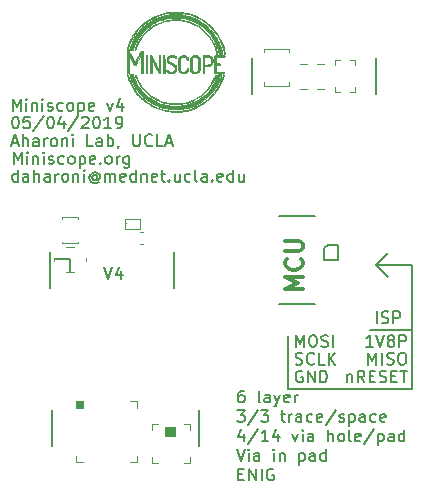
<source format=gbr>
G04 #@! TF.GenerationSoftware,KiCad,Pcbnew,(5.1.0)-1*
G04 #@! TF.CreationDate,2019-05-03T21:31:27-07:00*
G04 #@! TF.ProjectId,Miniscope-v4-PCB-fab-assembly_2,4d696e69-7363-46f7-9065-2d76342d5043,rev?*
G04 #@! TF.SameCoordinates,PX4b8e5e4PY51f011c*
G04 #@! TF.FileFunction,Legend,Top*
G04 #@! TF.FilePolarity,Positive*
%FSLAX46Y46*%
G04 Gerber Fmt 4.6, Leading zero omitted, Abs format (unit mm)*
G04 Created by KiCad (PCBNEW (5.1.0)-1) date 2019-05-03 21:31:27*
%MOMM*%
%LPD*%
G04 APERTURE LIST*
%ADD10C,0.150000*%
%ADD11C,0.300000*%
%ADD12C,0.200000*%
%ADD13C,0.100000*%
%ADD14C,0.010000*%
%ADD15C,0.120000*%
G04 APERTURE END LIST*
D10*
X16607420Y-34896540D02*
X16607420Y-37896540D01*
X4107420Y-34896540D02*
X4107420Y-37896540D01*
X4000000Y-21500000D02*
X4000000Y-24500000D01*
X14500000Y-21500000D02*
X14500000Y-24500000D01*
X23371380Y-25900660D02*
X26371380Y-25900660D01*
X23371380Y-18400660D02*
X26371380Y-18400660D01*
X21086420Y-5065740D02*
X21086420Y-8065740D01*
X31586420Y-5065740D02*
X31586420Y-8065740D01*
X31586420Y-22565740D02*
X32586420Y-23565740D01*
X32586420Y-21565740D02*
X31586420Y-22565740D01*
X31586420Y-22565740D02*
X32586420Y-21565740D01*
X31586420Y-22565740D02*
X34586420Y-22565740D01*
X34586420Y-28065740D02*
X34586420Y-22565740D01*
X31610229Y-27518120D02*
X31610229Y-26518120D01*
X32038800Y-27470501D02*
X32181658Y-27518120D01*
X32419753Y-27518120D01*
X32514991Y-27470501D01*
X32562610Y-27422882D01*
X32610229Y-27327644D01*
X32610229Y-27232406D01*
X32562610Y-27137168D01*
X32514991Y-27089549D01*
X32419753Y-27041930D01*
X32229277Y-26994311D01*
X32134039Y-26946692D01*
X32086420Y-26899073D01*
X32038800Y-26803835D01*
X32038800Y-26708597D01*
X32086420Y-26613359D01*
X32134039Y-26565740D01*
X32229277Y-26518120D01*
X32467372Y-26518120D01*
X32610229Y-26565740D01*
X33038800Y-27518120D02*
X33038800Y-26518120D01*
X33419753Y-26518120D01*
X33514991Y-26565740D01*
X33562610Y-26613359D01*
X33610229Y-26708597D01*
X33610229Y-26851454D01*
X33562610Y-26946692D01*
X33514991Y-26994311D01*
X33419753Y-27041930D01*
X33038800Y-27041930D01*
X31086420Y-28065740D02*
X34586420Y-28065740D01*
X34586420Y-28565740D02*
X34586420Y-28065740D01*
X34586420Y-33065740D02*
X34586420Y-32565740D01*
X24086420Y-32565740D02*
X24086420Y-33065740D01*
X34586420Y-32565740D02*
X34586420Y-28565740D01*
X24086420Y-33065740D02*
X34586420Y-33065740D01*
X24086420Y-28565740D02*
X24086420Y-32565740D01*
X29110229Y-31851454D02*
X29110229Y-32518120D01*
X29110229Y-31946692D02*
X29157848Y-31899073D01*
X29253086Y-31851454D01*
X29395943Y-31851454D01*
X29491181Y-31899073D01*
X29538800Y-31994311D01*
X29538800Y-32518120D01*
X30586420Y-32518120D02*
X30253086Y-32041930D01*
X30014991Y-32518120D02*
X30014991Y-31518120D01*
X30395943Y-31518120D01*
X30491181Y-31565740D01*
X30538800Y-31613359D01*
X30586420Y-31708597D01*
X30586420Y-31851454D01*
X30538800Y-31946692D01*
X30491181Y-31994311D01*
X30395943Y-32041930D01*
X30014991Y-32041930D01*
X31014991Y-31994311D02*
X31348324Y-31994311D01*
X31491181Y-32518120D02*
X31014991Y-32518120D01*
X31014991Y-31518120D01*
X31491181Y-31518120D01*
X31872134Y-32470501D02*
X32014991Y-32518120D01*
X32253086Y-32518120D01*
X32348324Y-32470501D01*
X32395943Y-32422882D01*
X32443562Y-32327644D01*
X32443562Y-32232406D01*
X32395943Y-32137168D01*
X32348324Y-32089549D01*
X32253086Y-32041930D01*
X32062610Y-31994311D01*
X31967372Y-31946692D01*
X31919753Y-31899073D01*
X31872134Y-31803835D01*
X31872134Y-31708597D01*
X31919753Y-31613359D01*
X31967372Y-31565740D01*
X32062610Y-31518120D01*
X32300705Y-31518120D01*
X32443562Y-31565740D01*
X32872134Y-31994311D02*
X33205467Y-31994311D01*
X33348324Y-32518120D02*
X32872134Y-32518120D01*
X32872134Y-31518120D01*
X33348324Y-31518120D01*
X33634039Y-31518120D02*
X34205467Y-31518120D01*
X33919753Y-32518120D02*
X33919753Y-31518120D01*
X25324515Y-31565740D02*
X25229277Y-31518120D01*
X25086420Y-31518120D01*
X24943562Y-31565740D01*
X24848324Y-31660978D01*
X24800705Y-31756216D01*
X24753086Y-31946692D01*
X24753086Y-32089549D01*
X24800705Y-32280025D01*
X24848324Y-32375263D01*
X24943562Y-32470501D01*
X25086420Y-32518120D01*
X25181658Y-32518120D01*
X25324515Y-32470501D01*
X25372134Y-32422882D01*
X25372134Y-32089549D01*
X25181658Y-32089549D01*
X25800705Y-32518120D02*
X25800705Y-31518120D01*
X26372134Y-32518120D01*
X26372134Y-31518120D01*
X26848324Y-32518120D02*
X26848324Y-31518120D01*
X27086420Y-31518120D01*
X27229277Y-31565740D01*
X27324515Y-31660978D01*
X27372134Y-31756216D01*
X27419753Y-31946692D01*
X27419753Y-32089549D01*
X27372134Y-32280025D01*
X27324515Y-32375263D01*
X27229277Y-32470501D01*
X27086420Y-32518120D01*
X26848324Y-32518120D01*
X30919753Y-31018120D02*
X30919753Y-30018120D01*
X31253086Y-30732406D01*
X31586420Y-30018120D01*
X31586420Y-31018120D01*
X32062610Y-31018120D02*
X32062610Y-30018120D01*
X32491182Y-30970501D02*
X32634039Y-31018120D01*
X32872134Y-31018120D01*
X32967372Y-30970501D01*
X33014991Y-30922882D01*
X33062610Y-30827644D01*
X33062610Y-30732406D01*
X33014991Y-30637168D01*
X32967372Y-30589549D01*
X32872134Y-30541930D01*
X32681658Y-30494311D01*
X32586420Y-30446692D01*
X32538801Y-30399073D01*
X32491182Y-30303835D01*
X32491182Y-30208597D01*
X32538801Y-30113359D01*
X32586420Y-30065740D01*
X32681658Y-30018120D01*
X32919753Y-30018120D01*
X33062610Y-30065740D01*
X33681658Y-30018120D02*
X33872134Y-30018120D01*
X33967372Y-30065740D01*
X34062610Y-30160978D01*
X34110229Y-30351454D01*
X34110229Y-30684787D01*
X34062610Y-30875263D01*
X33967372Y-30970501D01*
X33872134Y-31018120D01*
X33681658Y-31018120D01*
X33586420Y-30970501D01*
X33491182Y-30875263D01*
X33443562Y-30684787D01*
X33443562Y-30351454D01*
X33491182Y-30160978D01*
X33586420Y-30065740D01*
X33681658Y-30018120D01*
X24753086Y-30970501D02*
X24895943Y-31018120D01*
X25134039Y-31018120D01*
X25229277Y-30970501D01*
X25276896Y-30922882D01*
X25324515Y-30827644D01*
X25324515Y-30732406D01*
X25276896Y-30637168D01*
X25229277Y-30589549D01*
X25134039Y-30541930D01*
X24943563Y-30494311D01*
X24848324Y-30446692D01*
X24800705Y-30399073D01*
X24753086Y-30303835D01*
X24753086Y-30208597D01*
X24800705Y-30113359D01*
X24848324Y-30065740D01*
X24943563Y-30018120D01*
X25181658Y-30018120D01*
X25324515Y-30065740D01*
X26324515Y-30922882D02*
X26276896Y-30970501D01*
X26134039Y-31018120D01*
X26038801Y-31018120D01*
X25895943Y-30970501D01*
X25800705Y-30875263D01*
X25753086Y-30780025D01*
X25705467Y-30589549D01*
X25705467Y-30446692D01*
X25753086Y-30256216D01*
X25800705Y-30160978D01*
X25895943Y-30065740D01*
X26038801Y-30018120D01*
X26134039Y-30018120D01*
X26276896Y-30065740D01*
X26324515Y-30113359D01*
X27229277Y-31018120D02*
X26753086Y-31018120D01*
X26753086Y-30018120D01*
X27562610Y-31018120D02*
X27562610Y-30018120D01*
X28134039Y-31018120D02*
X27705467Y-30446692D01*
X28134039Y-30018120D02*
X27562610Y-30589549D01*
X31300705Y-29518120D02*
X30729276Y-29518120D01*
X31014991Y-29518120D02*
X31014991Y-28518120D01*
X30919753Y-28660978D01*
X30824514Y-28756216D01*
X30729276Y-28803835D01*
X31586419Y-28518120D02*
X31919753Y-29518120D01*
X32253086Y-28518120D01*
X32729276Y-28946692D02*
X32634038Y-28899073D01*
X32586419Y-28851454D01*
X32538800Y-28756216D01*
X32538800Y-28708597D01*
X32586419Y-28613359D01*
X32634038Y-28565740D01*
X32729276Y-28518120D01*
X32919753Y-28518120D01*
X33014991Y-28565740D01*
X33062610Y-28613359D01*
X33110229Y-28708597D01*
X33110229Y-28756216D01*
X33062610Y-28851454D01*
X33014991Y-28899073D01*
X32919753Y-28946692D01*
X32729276Y-28946692D01*
X32634038Y-28994311D01*
X32586419Y-29041930D01*
X32538800Y-29137168D01*
X32538800Y-29327644D01*
X32586419Y-29422882D01*
X32634038Y-29470501D01*
X32729276Y-29518120D01*
X32919753Y-29518120D01*
X33014991Y-29470501D01*
X33062610Y-29422882D01*
X33110229Y-29327644D01*
X33110229Y-29137168D01*
X33062610Y-29041930D01*
X33014991Y-28994311D01*
X32919753Y-28946692D01*
X33538800Y-29518120D02*
X33538800Y-28518120D01*
X33919753Y-28518120D01*
X34014991Y-28565740D01*
X34062610Y-28613359D01*
X34110229Y-28708597D01*
X34110229Y-28851454D01*
X34062610Y-28946692D01*
X34014991Y-28994311D01*
X33919753Y-29041930D01*
X33538800Y-29041930D01*
X24800706Y-29518120D02*
X24800706Y-28518120D01*
X25134039Y-29232406D01*
X25467373Y-28518120D01*
X25467373Y-29518120D01*
X26134039Y-28518120D02*
X26324515Y-28518120D01*
X26419754Y-28565740D01*
X26514992Y-28660978D01*
X26562611Y-28851454D01*
X26562611Y-29184787D01*
X26514992Y-29375263D01*
X26419754Y-29470501D01*
X26324515Y-29518120D01*
X26134039Y-29518120D01*
X26038801Y-29470501D01*
X25943563Y-29375263D01*
X25895944Y-29184787D01*
X25895944Y-28851454D01*
X25943563Y-28660978D01*
X26038801Y-28565740D01*
X26134039Y-28518120D01*
X26943563Y-29470501D02*
X27086420Y-29518120D01*
X27324515Y-29518120D01*
X27419754Y-29470501D01*
X27467373Y-29422882D01*
X27514992Y-29327644D01*
X27514992Y-29232406D01*
X27467373Y-29137168D01*
X27419754Y-29089549D01*
X27324515Y-29041930D01*
X27134039Y-28994311D01*
X27038801Y-28946692D01*
X26991182Y-28899073D01*
X26943563Y-28803835D01*
X26943563Y-28708597D01*
X26991182Y-28613359D01*
X27038801Y-28565740D01*
X27134039Y-28518120D01*
X27372135Y-28518120D01*
X27514992Y-28565740D01*
X27943563Y-29518120D02*
X27943563Y-28518120D01*
X20350586Y-33218120D02*
X20160110Y-33218120D01*
X20064872Y-33265740D01*
X20017253Y-33313359D01*
X19922015Y-33456216D01*
X19874396Y-33646692D01*
X19874396Y-34027644D01*
X19922015Y-34122882D01*
X19969634Y-34170501D01*
X20064872Y-34218120D01*
X20255348Y-34218120D01*
X20350586Y-34170501D01*
X20398205Y-34122882D01*
X20445824Y-34027644D01*
X20445824Y-33789549D01*
X20398205Y-33694311D01*
X20350586Y-33646692D01*
X20255348Y-33599073D01*
X20064872Y-33599073D01*
X19969634Y-33646692D01*
X19922015Y-33694311D01*
X19874396Y-33789549D01*
X21779158Y-34218120D02*
X21683920Y-34170501D01*
X21636300Y-34075263D01*
X21636300Y-33218120D01*
X22588681Y-34218120D02*
X22588681Y-33694311D01*
X22541062Y-33599073D01*
X22445824Y-33551454D01*
X22255348Y-33551454D01*
X22160110Y-33599073D01*
X22588681Y-34170501D02*
X22493443Y-34218120D01*
X22255348Y-34218120D01*
X22160110Y-34170501D01*
X22112491Y-34075263D01*
X22112491Y-33980025D01*
X22160110Y-33884787D01*
X22255348Y-33837168D01*
X22493443Y-33837168D01*
X22588681Y-33789549D01*
X22969634Y-33551454D02*
X23207729Y-34218120D01*
X23445824Y-33551454D02*
X23207729Y-34218120D01*
X23112491Y-34456216D01*
X23064872Y-34503835D01*
X22969634Y-34551454D01*
X24207729Y-34170501D02*
X24112491Y-34218120D01*
X23922015Y-34218120D01*
X23826777Y-34170501D01*
X23779158Y-34075263D01*
X23779158Y-33694311D01*
X23826777Y-33599073D01*
X23922015Y-33551454D01*
X24112491Y-33551454D01*
X24207729Y-33599073D01*
X24255348Y-33694311D01*
X24255348Y-33789549D01*
X23779158Y-33884787D01*
X24683920Y-34218120D02*
X24683920Y-33551454D01*
X24683920Y-33741930D02*
X24731539Y-33646692D01*
X24779158Y-33599073D01*
X24874396Y-33551454D01*
X24969634Y-33551454D01*
X19826777Y-34868120D02*
X20445824Y-34868120D01*
X20112491Y-35249073D01*
X20255348Y-35249073D01*
X20350586Y-35296692D01*
X20398205Y-35344311D01*
X20445824Y-35439549D01*
X20445824Y-35677644D01*
X20398205Y-35772882D01*
X20350586Y-35820501D01*
X20255348Y-35868120D01*
X19969634Y-35868120D01*
X19874396Y-35820501D01*
X19826777Y-35772882D01*
X21588681Y-34820501D02*
X20731539Y-36106216D01*
X21826777Y-34868120D02*
X22445824Y-34868120D01*
X22112491Y-35249073D01*
X22255348Y-35249073D01*
X22350586Y-35296692D01*
X22398205Y-35344311D01*
X22445824Y-35439549D01*
X22445824Y-35677644D01*
X22398205Y-35772882D01*
X22350586Y-35820501D01*
X22255348Y-35868120D01*
X21969634Y-35868120D01*
X21874396Y-35820501D01*
X21826777Y-35772882D01*
X23493443Y-35201454D02*
X23874396Y-35201454D01*
X23636300Y-34868120D02*
X23636300Y-35725263D01*
X23683920Y-35820501D01*
X23779158Y-35868120D01*
X23874396Y-35868120D01*
X24207729Y-35868120D02*
X24207729Y-35201454D01*
X24207729Y-35391930D02*
X24255348Y-35296692D01*
X24302967Y-35249073D01*
X24398205Y-35201454D01*
X24493443Y-35201454D01*
X25255348Y-35868120D02*
X25255348Y-35344311D01*
X25207729Y-35249073D01*
X25112491Y-35201454D01*
X24922015Y-35201454D01*
X24826777Y-35249073D01*
X25255348Y-35820501D02*
X25160110Y-35868120D01*
X24922015Y-35868120D01*
X24826777Y-35820501D01*
X24779158Y-35725263D01*
X24779158Y-35630025D01*
X24826777Y-35534787D01*
X24922015Y-35487168D01*
X25160110Y-35487168D01*
X25255348Y-35439549D01*
X26160110Y-35820501D02*
X26064872Y-35868120D01*
X25874396Y-35868120D01*
X25779158Y-35820501D01*
X25731539Y-35772882D01*
X25683920Y-35677644D01*
X25683920Y-35391930D01*
X25731539Y-35296692D01*
X25779158Y-35249073D01*
X25874396Y-35201454D01*
X26064872Y-35201454D01*
X26160110Y-35249073D01*
X26969634Y-35820501D02*
X26874396Y-35868120D01*
X26683920Y-35868120D01*
X26588681Y-35820501D01*
X26541062Y-35725263D01*
X26541062Y-35344311D01*
X26588681Y-35249073D01*
X26683920Y-35201454D01*
X26874396Y-35201454D01*
X26969634Y-35249073D01*
X27017253Y-35344311D01*
X27017253Y-35439549D01*
X26541062Y-35534787D01*
X28160110Y-34820501D02*
X27302967Y-36106216D01*
X28445824Y-35820501D02*
X28541062Y-35868120D01*
X28731539Y-35868120D01*
X28826777Y-35820501D01*
X28874396Y-35725263D01*
X28874396Y-35677644D01*
X28826777Y-35582406D01*
X28731539Y-35534787D01*
X28588681Y-35534787D01*
X28493443Y-35487168D01*
X28445824Y-35391930D01*
X28445824Y-35344311D01*
X28493443Y-35249073D01*
X28588681Y-35201454D01*
X28731539Y-35201454D01*
X28826777Y-35249073D01*
X29302967Y-35201454D02*
X29302967Y-36201454D01*
X29302967Y-35249073D02*
X29398205Y-35201454D01*
X29588681Y-35201454D01*
X29683920Y-35249073D01*
X29731539Y-35296692D01*
X29779158Y-35391930D01*
X29779158Y-35677644D01*
X29731539Y-35772882D01*
X29683920Y-35820501D01*
X29588681Y-35868120D01*
X29398205Y-35868120D01*
X29302967Y-35820501D01*
X30636300Y-35868120D02*
X30636300Y-35344311D01*
X30588681Y-35249073D01*
X30493443Y-35201454D01*
X30302967Y-35201454D01*
X30207729Y-35249073D01*
X30636300Y-35820501D02*
X30541062Y-35868120D01*
X30302967Y-35868120D01*
X30207729Y-35820501D01*
X30160110Y-35725263D01*
X30160110Y-35630025D01*
X30207729Y-35534787D01*
X30302967Y-35487168D01*
X30541062Y-35487168D01*
X30636300Y-35439549D01*
X31541062Y-35820501D02*
X31445824Y-35868120D01*
X31255348Y-35868120D01*
X31160110Y-35820501D01*
X31112491Y-35772882D01*
X31064872Y-35677644D01*
X31064872Y-35391930D01*
X31112491Y-35296692D01*
X31160110Y-35249073D01*
X31255348Y-35201454D01*
X31445824Y-35201454D01*
X31541062Y-35249073D01*
X32350586Y-35820501D02*
X32255348Y-35868120D01*
X32064872Y-35868120D01*
X31969634Y-35820501D01*
X31922015Y-35725263D01*
X31922015Y-35344311D01*
X31969634Y-35249073D01*
X32064872Y-35201454D01*
X32255348Y-35201454D01*
X32350586Y-35249073D01*
X32398205Y-35344311D01*
X32398205Y-35439549D01*
X31922015Y-35534787D01*
X20350586Y-36851454D02*
X20350586Y-37518120D01*
X20112491Y-36470501D02*
X19874396Y-37184787D01*
X20493443Y-37184787D01*
X21588681Y-36470501D02*
X20731539Y-37756216D01*
X22445824Y-37518120D02*
X21874396Y-37518120D01*
X22160110Y-37518120D02*
X22160110Y-36518120D01*
X22064872Y-36660978D01*
X21969634Y-36756216D01*
X21874396Y-36803835D01*
X23302967Y-36851454D02*
X23302967Y-37518120D01*
X23064872Y-36470501D02*
X22826777Y-37184787D01*
X23445824Y-37184787D01*
X24493443Y-36851454D02*
X24731539Y-37518120D01*
X24969634Y-36851454D01*
X25350586Y-37518120D02*
X25350586Y-36851454D01*
X25350586Y-36518120D02*
X25302967Y-36565740D01*
X25350586Y-36613359D01*
X25398205Y-36565740D01*
X25350586Y-36518120D01*
X25350586Y-36613359D01*
X26255348Y-37518120D02*
X26255348Y-36994311D01*
X26207729Y-36899073D01*
X26112491Y-36851454D01*
X25922015Y-36851454D01*
X25826777Y-36899073D01*
X26255348Y-37470501D02*
X26160110Y-37518120D01*
X25922015Y-37518120D01*
X25826777Y-37470501D01*
X25779158Y-37375263D01*
X25779158Y-37280025D01*
X25826777Y-37184787D01*
X25922015Y-37137168D01*
X26160110Y-37137168D01*
X26255348Y-37089549D01*
X27493443Y-37518120D02*
X27493443Y-36518120D01*
X27922015Y-37518120D02*
X27922015Y-36994311D01*
X27874396Y-36899073D01*
X27779158Y-36851454D01*
X27636300Y-36851454D01*
X27541062Y-36899073D01*
X27493443Y-36946692D01*
X28541062Y-37518120D02*
X28445824Y-37470501D01*
X28398205Y-37422882D01*
X28350586Y-37327644D01*
X28350586Y-37041930D01*
X28398205Y-36946692D01*
X28445824Y-36899073D01*
X28541062Y-36851454D01*
X28683920Y-36851454D01*
X28779158Y-36899073D01*
X28826777Y-36946692D01*
X28874396Y-37041930D01*
X28874396Y-37327644D01*
X28826777Y-37422882D01*
X28779158Y-37470501D01*
X28683920Y-37518120D01*
X28541062Y-37518120D01*
X29445824Y-37518120D02*
X29350586Y-37470501D01*
X29302967Y-37375263D01*
X29302967Y-36518120D01*
X30207729Y-37470501D02*
X30112491Y-37518120D01*
X29922015Y-37518120D01*
X29826777Y-37470501D01*
X29779158Y-37375263D01*
X29779158Y-36994311D01*
X29826777Y-36899073D01*
X29922015Y-36851454D01*
X30112491Y-36851454D01*
X30207729Y-36899073D01*
X30255348Y-36994311D01*
X30255348Y-37089549D01*
X29779158Y-37184787D01*
X31398205Y-36470501D02*
X30541062Y-37756216D01*
X31731539Y-36851454D02*
X31731539Y-37851454D01*
X31731539Y-36899073D02*
X31826777Y-36851454D01*
X32017253Y-36851454D01*
X32112491Y-36899073D01*
X32160110Y-36946692D01*
X32207729Y-37041930D01*
X32207729Y-37327644D01*
X32160110Y-37422882D01*
X32112491Y-37470501D01*
X32017253Y-37518120D01*
X31826777Y-37518120D01*
X31731539Y-37470501D01*
X33064872Y-37518120D02*
X33064872Y-36994311D01*
X33017253Y-36899073D01*
X32922015Y-36851454D01*
X32731539Y-36851454D01*
X32636300Y-36899073D01*
X33064872Y-37470501D02*
X32969634Y-37518120D01*
X32731539Y-37518120D01*
X32636300Y-37470501D01*
X32588681Y-37375263D01*
X32588681Y-37280025D01*
X32636300Y-37184787D01*
X32731539Y-37137168D01*
X32969634Y-37137168D01*
X33064872Y-37089549D01*
X33969634Y-37518120D02*
X33969634Y-36518120D01*
X33969634Y-37470501D02*
X33874396Y-37518120D01*
X33683920Y-37518120D01*
X33588681Y-37470501D01*
X33541062Y-37422882D01*
X33493443Y-37327644D01*
X33493443Y-37041930D01*
X33541062Y-36946692D01*
X33588681Y-36899073D01*
X33683920Y-36851454D01*
X33874396Y-36851454D01*
X33969634Y-36899073D01*
X19779158Y-38168120D02*
X20112491Y-39168120D01*
X20445824Y-38168120D01*
X20779158Y-39168120D02*
X20779158Y-38501454D01*
X20779158Y-38168120D02*
X20731539Y-38215740D01*
X20779158Y-38263359D01*
X20826777Y-38215740D01*
X20779158Y-38168120D01*
X20779158Y-38263359D01*
X21683920Y-39168120D02*
X21683920Y-38644311D01*
X21636300Y-38549073D01*
X21541062Y-38501454D01*
X21350586Y-38501454D01*
X21255348Y-38549073D01*
X21683920Y-39120501D02*
X21588681Y-39168120D01*
X21350586Y-39168120D01*
X21255348Y-39120501D01*
X21207729Y-39025263D01*
X21207729Y-38930025D01*
X21255348Y-38834787D01*
X21350586Y-38787168D01*
X21588681Y-38787168D01*
X21683920Y-38739549D01*
X22922015Y-39168120D02*
X22922015Y-38501454D01*
X22922015Y-38168120D02*
X22874396Y-38215740D01*
X22922015Y-38263359D01*
X22969634Y-38215740D01*
X22922015Y-38168120D01*
X22922015Y-38263359D01*
X23398205Y-38501454D02*
X23398205Y-39168120D01*
X23398205Y-38596692D02*
X23445824Y-38549073D01*
X23541062Y-38501454D01*
X23683920Y-38501454D01*
X23779158Y-38549073D01*
X23826777Y-38644311D01*
X23826777Y-39168120D01*
X25064872Y-38501454D02*
X25064872Y-39501454D01*
X25064872Y-38549073D02*
X25160110Y-38501454D01*
X25350586Y-38501454D01*
X25445824Y-38549073D01*
X25493443Y-38596692D01*
X25541062Y-38691930D01*
X25541062Y-38977644D01*
X25493443Y-39072882D01*
X25445824Y-39120501D01*
X25350586Y-39168120D01*
X25160110Y-39168120D01*
X25064872Y-39120501D01*
X26398205Y-39168120D02*
X26398205Y-38644311D01*
X26350586Y-38549073D01*
X26255348Y-38501454D01*
X26064872Y-38501454D01*
X25969634Y-38549073D01*
X26398205Y-39120501D02*
X26302967Y-39168120D01*
X26064872Y-39168120D01*
X25969634Y-39120501D01*
X25922015Y-39025263D01*
X25922015Y-38930025D01*
X25969634Y-38834787D01*
X26064872Y-38787168D01*
X26302967Y-38787168D01*
X26398205Y-38739549D01*
X27302967Y-39168120D02*
X27302967Y-38168120D01*
X27302967Y-39120501D02*
X27207729Y-39168120D01*
X27017253Y-39168120D01*
X26922015Y-39120501D01*
X26874396Y-39072882D01*
X26826777Y-38977644D01*
X26826777Y-38691930D01*
X26874396Y-38596692D01*
X26922015Y-38549073D01*
X27017253Y-38501454D01*
X27207729Y-38501454D01*
X27302967Y-38549073D01*
X19922015Y-40294311D02*
X20255348Y-40294311D01*
X20398205Y-40818120D02*
X19922015Y-40818120D01*
X19922015Y-39818120D01*
X20398205Y-39818120D01*
X20826777Y-40818120D02*
X20826777Y-39818120D01*
X21398205Y-40818120D01*
X21398205Y-39818120D01*
X21874396Y-40818120D02*
X21874396Y-39818120D01*
X22874396Y-39865740D02*
X22779158Y-39818120D01*
X22636300Y-39818120D01*
X22493443Y-39865740D01*
X22398205Y-39960978D01*
X22350586Y-40056216D01*
X22302967Y-40246692D01*
X22302967Y-40389549D01*
X22350586Y-40580025D01*
X22398205Y-40675263D01*
X22493443Y-40770501D01*
X22636300Y-40818120D01*
X22731539Y-40818120D01*
X22874396Y-40770501D01*
X22922015Y-40722882D01*
X22922015Y-40389549D01*
X22731539Y-40389549D01*
X895943Y-14018120D02*
X895943Y-13018120D01*
X1229276Y-13732406D01*
X1562610Y-13018120D01*
X1562610Y-14018120D01*
X2038800Y-14018120D02*
X2038800Y-13351454D01*
X2038800Y-13018120D02*
X1991181Y-13065740D01*
X2038800Y-13113359D01*
X2086419Y-13065740D01*
X2038800Y-13018120D01*
X2038800Y-13113359D01*
X2514991Y-13351454D02*
X2514991Y-14018120D01*
X2514991Y-13446692D02*
X2562610Y-13399073D01*
X2657848Y-13351454D01*
X2800705Y-13351454D01*
X2895943Y-13399073D01*
X2943562Y-13494311D01*
X2943562Y-14018120D01*
X3419753Y-14018120D02*
X3419753Y-13351454D01*
X3419753Y-13018120D02*
X3372134Y-13065740D01*
X3419753Y-13113359D01*
X3467372Y-13065740D01*
X3419753Y-13018120D01*
X3419753Y-13113359D01*
X3848324Y-13970501D02*
X3943562Y-14018120D01*
X4134038Y-14018120D01*
X4229276Y-13970501D01*
X4276896Y-13875263D01*
X4276896Y-13827644D01*
X4229276Y-13732406D01*
X4134038Y-13684787D01*
X3991181Y-13684787D01*
X3895943Y-13637168D01*
X3848324Y-13541930D01*
X3848324Y-13494311D01*
X3895943Y-13399073D01*
X3991181Y-13351454D01*
X4134038Y-13351454D01*
X4229276Y-13399073D01*
X5134038Y-13970501D02*
X5038800Y-14018120D01*
X4848324Y-14018120D01*
X4753086Y-13970501D01*
X4705467Y-13922882D01*
X4657848Y-13827644D01*
X4657848Y-13541930D01*
X4705467Y-13446692D01*
X4753086Y-13399073D01*
X4848324Y-13351454D01*
X5038800Y-13351454D01*
X5134038Y-13399073D01*
X5705467Y-14018120D02*
X5610229Y-13970501D01*
X5562610Y-13922882D01*
X5514991Y-13827644D01*
X5514991Y-13541930D01*
X5562610Y-13446692D01*
X5610229Y-13399073D01*
X5705467Y-13351454D01*
X5848324Y-13351454D01*
X5943562Y-13399073D01*
X5991181Y-13446692D01*
X6038800Y-13541930D01*
X6038800Y-13827644D01*
X5991181Y-13922882D01*
X5943562Y-13970501D01*
X5848324Y-14018120D01*
X5705467Y-14018120D01*
X6467372Y-13351454D02*
X6467372Y-14351454D01*
X6467372Y-13399073D02*
X6562610Y-13351454D01*
X6753086Y-13351454D01*
X6848324Y-13399073D01*
X6895943Y-13446692D01*
X6943562Y-13541930D01*
X6943562Y-13827644D01*
X6895943Y-13922882D01*
X6848324Y-13970501D01*
X6753086Y-14018120D01*
X6562610Y-14018120D01*
X6467372Y-13970501D01*
X7753086Y-13970501D02*
X7657848Y-14018120D01*
X7467372Y-14018120D01*
X7372134Y-13970501D01*
X7324515Y-13875263D01*
X7324515Y-13494311D01*
X7372134Y-13399073D01*
X7467372Y-13351454D01*
X7657848Y-13351454D01*
X7753086Y-13399073D01*
X7800705Y-13494311D01*
X7800705Y-13589549D01*
X7324515Y-13684787D01*
X8229276Y-13922882D02*
X8276896Y-13970501D01*
X8229276Y-14018120D01*
X8181657Y-13970501D01*
X8229276Y-13922882D01*
X8229276Y-14018120D01*
X8848324Y-14018120D02*
X8753086Y-13970501D01*
X8705467Y-13922882D01*
X8657848Y-13827644D01*
X8657848Y-13541930D01*
X8705467Y-13446692D01*
X8753086Y-13399073D01*
X8848324Y-13351454D01*
X8991181Y-13351454D01*
X9086419Y-13399073D01*
X9134038Y-13446692D01*
X9181657Y-13541930D01*
X9181657Y-13827644D01*
X9134038Y-13922882D01*
X9086419Y-13970501D01*
X8991181Y-14018120D01*
X8848324Y-14018120D01*
X9610229Y-14018120D02*
X9610229Y-13351454D01*
X9610229Y-13541930D02*
X9657848Y-13446692D01*
X9705467Y-13399073D01*
X9800705Y-13351454D01*
X9895943Y-13351454D01*
X10657848Y-13351454D02*
X10657848Y-14160978D01*
X10610229Y-14256216D01*
X10562610Y-14303835D01*
X10467372Y-14351454D01*
X10324515Y-14351454D01*
X10229276Y-14303835D01*
X10657848Y-13970501D02*
X10562610Y-14018120D01*
X10372134Y-14018120D01*
X10276896Y-13970501D01*
X10229276Y-13922882D01*
X10181657Y-13827644D01*
X10181657Y-13541930D01*
X10229276Y-13446692D01*
X10276896Y-13399073D01*
X10372134Y-13351454D01*
X10562610Y-13351454D01*
X10657848Y-13399073D01*
X1229277Y-15518120D02*
X1229277Y-14518120D01*
X1229277Y-15470501D02*
X1134039Y-15518120D01*
X943562Y-15518120D01*
X848324Y-15470501D01*
X800705Y-15422882D01*
X753086Y-15327644D01*
X753086Y-15041930D01*
X800705Y-14946692D01*
X848324Y-14899073D01*
X943562Y-14851454D01*
X1134039Y-14851454D01*
X1229277Y-14899073D01*
X2134039Y-15518120D02*
X2134039Y-14994311D01*
X2086420Y-14899073D01*
X1991181Y-14851454D01*
X1800705Y-14851454D01*
X1705467Y-14899073D01*
X2134039Y-15470501D02*
X2038800Y-15518120D01*
X1800705Y-15518120D01*
X1705467Y-15470501D01*
X1657848Y-15375263D01*
X1657848Y-15280025D01*
X1705467Y-15184787D01*
X1800705Y-15137168D01*
X2038800Y-15137168D01*
X2134039Y-15089549D01*
X2610229Y-15518120D02*
X2610229Y-14518120D01*
X3038800Y-15518120D02*
X3038800Y-14994311D01*
X2991181Y-14899073D01*
X2895943Y-14851454D01*
X2753086Y-14851454D01*
X2657848Y-14899073D01*
X2610229Y-14946692D01*
X3943562Y-15518120D02*
X3943562Y-14994311D01*
X3895943Y-14899073D01*
X3800705Y-14851454D01*
X3610229Y-14851454D01*
X3514991Y-14899073D01*
X3943562Y-15470501D02*
X3848324Y-15518120D01*
X3610229Y-15518120D01*
X3514991Y-15470501D01*
X3467372Y-15375263D01*
X3467372Y-15280025D01*
X3514991Y-15184787D01*
X3610229Y-15137168D01*
X3848324Y-15137168D01*
X3943562Y-15089549D01*
X4419753Y-15518120D02*
X4419753Y-14851454D01*
X4419753Y-15041930D02*
X4467372Y-14946692D01*
X4514991Y-14899073D01*
X4610229Y-14851454D01*
X4705467Y-14851454D01*
X5181658Y-15518120D02*
X5086420Y-15470501D01*
X5038800Y-15422882D01*
X4991181Y-15327644D01*
X4991181Y-15041930D01*
X5038800Y-14946692D01*
X5086420Y-14899073D01*
X5181658Y-14851454D01*
X5324515Y-14851454D01*
X5419753Y-14899073D01*
X5467372Y-14946692D01*
X5514991Y-15041930D01*
X5514991Y-15327644D01*
X5467372Y-15422882D01*
X5419753Y-15470501D01*
X5324515Y-15518120D01*
X5181658Y-15518120D01*
X5943562Y-14851454D02*
X5943562Y-15518120D01*
X5943562Y-14946692D02*
X5991181Y-14899073D01*
X6086420Y-14851454D01*
X6229277Y-14851454D01*
X6324515Y-14899073D01*
X6372134Y-14994311D01*
X6372134Y-15518120D01*
X6848324Y-15518120D02*
X6848324Y-14851454D01*
X6848324Y-14518120D02*
X6800705Y-14565740D01*
X6848324Y-14613359D01*
X6895943Y-14565740D01*
X6848324Y-14518120D01*
X6848324Y-14613359D01*
X7943562Y-15041930D02*
X7895943Y-14994311D01*
X7800705Y-14946692D01*
X7705467Y-14946692D01*
X7610229Y-14994311D01*
X7562610Y-15041930D01*
X7514991Y-15137168D01*
X7514991Y-15232406D01*
X7562610Y-15327644D01*
X7610229Y-15375263D01*
X7705467Y-15422882D01*
X7800705Y-15422882D01*
X7895943Y-15375263D01*
X7943562Y-15327644D01*
X7943562Y-14946692D02*
X7943562Y-15327644D01*
X7991181Y-15375263D01*
X8038800Y-15375263D01*
X8134039Y-15327644D01*
X8181658Y-15232406D01*
X8181658Y-14994311D01*
X8086420Y-14851454D01*
X7943562Y-14756216D01*
X7753086Y-14708597D01*
X7562610Y-14756216D01*
X7419753Y-14851454D01*
X7324515Y-14994311D01*
X7276896Y-15184787D01*
X7324515Y-15375263D01*
X7419753Y-15518120D01*
X7562610Y-15613359D01*
X7753086Y-15660978D01*
X7943562Y-15613359D01*
X8086420Y-15518120D01*
X8610229Y-15518120D02*
X8610229Y-14851454D01*
X8610229Y-14946692D02*
X8657848Y-14899073D01*
X8753086Y-14851454D01*
X8895943Y-14851454D01*
X8991181Y-14899073D01*
X9038800Y-14994311D01*
X9038800Y-15518120D01*
X9038800Y-14994311D02*
X9086420Y-14899073D01*
X9181658Y-14851454D01*
X9324515Y-14851454D01*
X9419753Y-14899073D01*
X9467372Y-14994311D01*
X9467372Y-15518120D01*
X10324515Y-15470501D02*
X10229277Y-15518120D01*
X10038800Y-15518120D01*
X9943562Y-15470501D01*
X9895943Y-15375263D01*
X9895943Y-14994311D01*
X9943562Y-14899073D01*
X10038800Y-14851454D01*
X10229277Y-14851454D01*
X10324515Y-14899073D01*
X10372134Y-14994311D01*
X10372134Y-15089549D01*
X9895943Y-15184787D01*
X11229277Y-15518120D02*
X11229277Y-14518120D01*
X11229277Y-15470501D02*
X11134039Y-15518120D01*
X10943562Y-15518120D01*
X10848324Y-15470501D01*
X10800705Y-15422882D01*
X10753086Y-15327644D01*
X10753086Y-15041930D01*
X10800705Y-14946692D01*
X10848324Y-14899073D01*
X10943562Y-14851454D01*
X11134039Y-14851454D01*
X11229277Y-14899073D01*
X11705467Y-14851454D02*
X11705467Y-15518120D01*
X11705467Y-14946692D02*
X11753086Y-14899073D01*
X11848324Y-14851454D01*
X11991181Y-14851454D01*
X12086420Y-14899073D01*
X12134039Y-14994311D01*
X12134039Y-15518120D01*
X12991181Y-15470501D02*
X12895943Y-15518120D01*
X12705467Y-15518120D01*
X12610229Y-15470501D01*
X12562610Y-15375263D01*
X12562610Y-14994311D01*
X12610229Y-14899073D01*
X12705467Y-14851454D01*
X12895943Y-14851454D01*
X12991181Y-14899073D01*
X13038800Y-14994311D01*
X13038800Y-15089549D01*
X12562610Y-15184787D01*
X13324515Y-14851454D02*
X13705467Y-14851454D01*
X13467372Y-14518120D02*
X13467372Y-15375263D01*
X13514991Y-15470501D01*
X13610229Y-15518120D01*
X13705467Y-15518120D01*
X14038800Y-15422882D02*
X14086420Y-15470501D01*
X14038800Y-15518120D01*
X13991181Y-15470501D01*
X14038800Y-15422882D01*
X14038800Y-15518120D01*
X14943562Y-14851454D02*
X14943562Y-15518120D01*
X14514991Y-14851454D02*
X14514991Y-15375263D01*
X14562610Y-15470501D01*
X14657848Y-15518120D01*
X14800705Y-15518120D01*
X14895943Y-15470501D01*
X14943562Y-15422882D01*
X15848324Y-15470501D02*
X15753086Y-15518120D01*
X15562610Y-15518120D01*
X15467372Y-15470501D01*
X15419753Y-15422882D01*
X15372134Y-15327644D01*
X15372134Y-15041930D01*
X15419753Y-14946692D01*
X15467372Y-14899073D01*
X15562610Y-14851454D01*
X15753086Y-14851454D01*
X15848324Y-14899073D01*
X16419753Y-15518120D02*
X16324515Y-15470501D01*
X16276896Y-15375263D01*
X16276896Y-14518120D01*
X17229277Y-15518120D02*
X17229277Y-14994311D01*
X17181658Y-14899073D01*
X17086420Y-14851454D01*
X16895943Y-14851454D01*
X16800705Y-14899073D01*
X17229277Y-15470501D02*
X17134039Y-15518120D01*
X16895943Y-15518120D01*
X16800705Y-15470501D01*
X16753086Y-15375263D01*
X16753086Y-15280025D01*
X16800705Y-15184787D01*
X16895943Y-15137168D01*
X17134039Y-15137168D01*
X17229277Y-15089549D01*
X17705467Y-15422882D02*
X17753086Y-15470501D01*
X17705467Y-15518120D01*
X17657848Y-15470501D01*
X17705467Y-15422882D01*
X17705467Y-15518120D01*
X18562610Y-15470501D02*
X18467372Y-15518120D01*
X18276896Y-15518120D01*
X18181658Y-15470501D01*
X18134039Y-15375263D01*
X18134039Y-14994311D01*
X18181658Y-14899073D01*
X18276896Y-14851454D01*
X18467372Y-14851454D01*
X18562610Y-14899073D01*
X18610229Y-14994311D01*
X18610229Y-15089549D01*
X18134039Y-15184787D01*
X19467372Y-15518120D02*
X19467372Y-14518120D01*
X19467372Y-15470501D02*
X19372134Y-15518120D01*
X19181658Y-15518120D01*
X19086420Y-15470501D01*
X19038800Y-15422882D01*
X18991181Y-15327644D01*
X18991181Y-15041930D01*
X19038800Y-14946692D01*
X19086420Y-14899073D01*
X19181658Y-14851454D01*
X19372134Y-14851454D01*
X19467372Y-14899073D01*
X20372134Y-14851454D02*
X20372134Y-15518120D01*
X19943562Y-14851454D02*
X19943562Y-15375263D01*
X19991181Y-15470501D01*
X20086420Y-15518120D01*
X20229277Y-15518120D01*
X20324515Y-15470501D01*
X20372134Y-15422882D01*
X753087Y-12232406D02*
X1229277Y-12232406D01*
X657849Y-12518120D02*
X991182Y-11518120D01*
X1324515Y-12518120D01*
X1657849Y-12518120D02*
X1657849Y-11518120D01*
X2086420Y-12518120D02*
X2086420Y-11994311D01*
X2038801Y-11899073D01*
X1943563Y-11851454D01*
X1800706Y-11851454D01*
X1705468Y-11899073D01*
X1657849Y-11946692D01*
X2991182Y-12518120D02*
X2991182Y-11994311D01*
X2943563Y-11899073D01*
X2848325Y-11851454D01*
X2657849Y-11851454D01*
X2562611Y-11899073D01*
X2991182Y-12470501D02*
X2895944Y-12518120D01*
X2657849Y-12518120D01*
X2562611Y-12470501D01*
X2514992Y-12375263D01*
X2514992Y-12280025D01*
X2562611Y-12184787D01*
X2657849Y-12137168D01*
X2895944Y-12137168D01*
X2991182Y-12089549D01*
X3467372Y-12518120D02*
X3467372Y-11851454D01*
X3467372Y-12041930D02*
X3514992Y-11946692D01*
X3562611Y-11899073D01*
X3657849Y-11851454D01*
X3753087Y-11851454D01*
X4229277Y-12518120D02*
X4134039Y-12470501D01*
X4086420Y-12422882D01*
X4038801Y-12327644D01*
X4038801Y-12041930D01*
X4086420Y-11946692D01*
X4134039Y-11899073D01*
X4229277Y-11851454D01*
X4372134Y-11851454D01*
X4467372Y-11899073D01*
X4514992Y-11946692D01*
X4562611Y-12041930D01*
X4562611Y-12327644D01*
X4514992Y-12422882D01*
X4467372Y-12470501D01*
X4372134Y-12518120D01*
X4229277Y-12518120D01*
X4991182Y-11851454D02*
X4991182Y-12518120D01*
X4991182Y-11946692D02*
X5038801Y-11899073D01*
X5134039Y-11851454D01*
X5276896Y-11851454D01*
X5372134Y-11899073D01*
X5419753Y-11994311D01*
X5419753Y-12518120D01*
X5895944Y-12518120D02*
X5895944Y-11851454D01*
X5895944Y-11518120D02*
X5848325Y-11565740D01*
X5895944Y-11613359D01*
X5943563Y-11565740D01*
X5895944Y-11518120D01*
X5895944Y-11613359D01*
X7610230Y-12518120D02*
X7134039Y-12518120D01*
X7134039Y-11518120D01*
X8372134Y-12518120D02*
X8372134Y-11994311D01*
X8324515Y-11899073D01*
X8229277Y-11851454D01*
X8038801Y-11851454D01*
X7943563Y-11899073D01*
X8372134Y-12470501D02*
X8276896Y-12518120D01*
X8038801Y-12518120D01*
X7943563Y-12470501D01*
X7895944Y-12375263D01*
X7895944Y-12280025D01*
X7943563Y-12184787D01*
X8038801Y-12137168D01*
X8276896Y-12137168D01*
X8372134Y-12089549D01*
X8848325Y-12518120D02*
X8848325Y-11518120D01*
X8848325Y-11899073D02*
X8943563Y-11851454D01*
X9134039Y-11851454D01*
X9229277Y-11899073D01*
X9276896Y-11946692D01*
X9324515Y-12041930D01*
X9324515Y-12327644D01*
X9276896Y-12422882D01*
X9229277Y-12470501D01*
X9134039Y-12518120D01*
X8943563Y-12518120D01*
X8848325Y-12470501D01*
X9800706Y-12470501D02*
X9800706Y-12518120D01*
X9753087Y-12613359D01*
X9705468Y-12660978D01*
X10991182Y-11518120D02*
X10991182Y-12327644D01*
X11038801Y-12422882D01*
X11086420Y-12470501D01*
X11181658Y-12518120D01*
X11372134Y-12518120D01*
X11467372Y-12470501D01*
X11514992Y-12422882D01*
X11562611Y-12327644D01*
X11562611Y-11518120D01*
X12610230Y-12422882D02*
X12562611Y-12470501D01*
X12419753Y-12518120D01*
X12324515Y-12518120D01*
X12181658Y-12470501D01*
X12086420Y-12375263D01*
X12038801Y-12280025D01*
X11991182Y-12089549D01*
X11991182Y-11946692D01*
X12038801Y-11756216D01*
X12086420Y-11660978D01*
X12181658Y-11565740D01*
X12324515Y-11518120D01*
X12419753Y-11518120D01*
X12562611Y-11565740D01*
X12610230Y-11613359D01*
X13514992Y-12518120D02*
X13038801Y-12518120D01*
X13038801Y-11518120D01*
X13800706Y-12232406D02*
X14276896Y-12232406D01*
X13705468Y-12518120D02*
X14038801Y-11518120D01*
X14372134Y-12518120D01*
X991182Y-10018120D02*
X1086420Y-10018120D01*
X1181658Y-10065740D01*
X1229277Y-10113359D01*
X1276896Y-10208597D01*
X1324515Y-10399073D01*
X1324515Y-10637168D01*
X1276896Y-10827644D01*
X1229277Y-10922882D01*
X1181658Y-10970501D01*
X1086420Y-11018120D01*
X991182Y-11018120D01*
X895944Y-10970501D01*
X848325Y-10922882D01*
X800706Y-10827644D01*
X753087Y-10637168D01*
X753087Y-10399073D01*
X800706Y-10208597D01*
X848325Y-10113359D01*
X895944Y-10065740D01*
X991182Y-10018120D01*
X2229277Y-10018120D02*
X1753087Y-10018120D01*
X1705468Y-10494311D01*
X1753087Y-10446692D01*
X1848325Y-10399073D01*
X2086420Y-10399073D01*
X2181658Y-10446692D01*
X2229277Y-10494311D01*
X2276896Y-10589549D01*
X2276896Y-10827644D01*
X2229277Y-10922882D01*
X2181658Y-10970501D01*
X2086420Y-11018120D01*
X1848325Y-11018120D01*
X1753087Y-10970501D01*
X1705468Y-10922882D01*
X3419754Y-9970501D02*
X2562611Y-11256216D01*
X3943563Y-10018120D02*
X4038801Y-10018120D01*
X4134039Y-10065740D01*
X4181658Y-10113359D01*
X4229277Y-10208597D01*
X4276896Y-10399073D01*
X4276896Y-10637168D01*
X4229277Y-10827644D01*
X4181658Y-10922882D01*
X4134039Y-10970501D01*
X4038801Y-11018120D01*
X3943563Y-11018120D01*
X3848325Y-10970501D01*
X3800706Y-10922882D01*
X3753087Y-10827644D01*
X3705468Y-10637168D01*
X3705468Y-10399073D01*
X3753087Y-10208597D01*
X3800706Y-10113359D01*
X3848325Y-10065740D01*
X3943563Y-10018120D01*
X5134039Y-10351454D02*
X5134039Y-11018120D01*
X4895944Y-9970501D02*
X4657849Y-10684787D01*
X5276896Y-10684787D01*
X6372134Y-9970501D02*
X5514992Y-11256216D01*
X6657849Y-10113359D02*
X6705468Y-10065740D01*
X6800706Y-10018120D01*
X7038801Y-10018120D01*
X7134039Y-10065740D01*
X7181658Y-10113359D01*
X7229277Y-10208597D01*
X7229277Y-10303835D01*
X7181658Y-10446692D01*
X6610230Y-11018120D01*
X7229277Y-11018120D01*
X7848325Y-10018120D02*
X7943563Y-10018120D01*
X8038801Y-10065740D01*
X8086420Y-10113359D01*
X8134039Y-10208597D01*
X8181658Y-10399073D01*
X8181658Y-10637168D01*
X8134039Y-10827644D01*
X8086420Y-10922882D01*
X8038801Y-10970501D01*
X7943563Y-11018120D01*
X7848325Y-11018120D01*
X7753087Y-10970501D01*
X7705468Y-10922882D01*
X7657849Y-10827644D01*
X7610230Y-10637168D01*
X7610230Y-10399073D01*
X7657849Y-10208597D01*
X7705468Y-10113359D01*
X7753087Y-10065740D01*
X7848325Y-10018120D01*
X9134039Y-11018120D02*
X8562611Y-11018120D01*
X8848325Y-11018120D02*
X8848325Y-10018120D01*
X8753087Y-10160978D01*
X8657849Y-10256216D01*
X8562611Y-10303835D01*
X9610230Y-11018120D02*
X9800706Y-11018120D01*
X9895944Y-10970501D01*
X9943563Y-10922882D01*
X10038801Y-10780025D01*
X10086420Y-10589549D01*
X10086420Y-10208597D01*
X10038801Y-10113359D01*
X9991182Y-10065740D01*
X9895944Y-10018120D01*
X9705468Y-10018120D01*
X9610230Y-10065740D01*
X9562611Y-10113359D01*
X9514992Y-10208597D01*
X9514992Y-10446692D01*
X9562611Y-10541930D01*
X9610230Y-10589549D01*
X9705468Y-10637168D01*
X9895944Y-10637168D01*
X9991182Y-10589549D01*
X10038801Y-10541930D01*
X10086420Y-10446692D01*
X800706Y-9518120D02*
X800706Y-8518120D01*
X1134039Y-9232406D01*
X1467373Y-8518120D01*
X1467373Y-9518120D01*
X1943563Y-9518120D02*
X1943563Y-8851454D01*
X1943563Y-8518120D02*
X1895944Y-8565740D01*
X1943563Y-8613359D01*
X1991182Y-8565740D01*
X1943563Y-8518120D01*
X1943563Y-8613359D01*
X2419753Y-8851454D02*
X2419753Y-9518120D01*
X2419753Y-8946692D02*
X2467373Y-8899073D01*
X2562611Y-8851454D01*
X2705468Y-8851454D01*
X2800706Y-8899073D01*
X2848325Y-8994311D01*
X2848325Y-9518120D01*
X3324515Y-9518120D02*
X3324515Y-8851454D01*
X3324515Y-8518120D02*
X3276896Y-8565740D01*
X3324515Y-8613359D01*
X3372134Y-8565740D01*
X3324515Y-8518120D01*
X3324515Y-8613359D01*
X3753087Y-9470501D02*
X3848325Y-9518120D01*
X4038801Y-9518120D01*
X4134039Y-9470501D01*
X4181658Y-9375263D01*
X4181658Y-9327644D01*
X4134039Y-9232406D01*
X4038801Y-9184787D01*
X3895944Y-9184787D01*
X3800706Y-9137168D01*
X3753087Y-9041930D01*
X3753087Y-8994311D01*
X3800706Y-8899073D01*
X3895944Y-8851454D01*
X4038801Y-8851454D01*
X4134039Y-8899073D01*
X5038801Y-9470501D02*
X4943563Y-9518120D01*
X4753087Y-9518120D01*
X4657849Y-9470501D01*
X4610230Y-9422882D01*
X4562611Y-9327644D01*
X4562611Y-9041930D01*
X4610230Y-8946692D01*
X4657849Y-8899073D01*
X4753087Y-8851454D01*
X4943563Y-8851454D01*
X5038801Y-8899073D01*
X5610230Y-9518120D02*
X5514992Y-9470501D01*
X5467373Y-9422882D01*
X5419753Y-9327644D01*
X5419753Y-9041930D01*
X5467373Y-8946692D01*
X5514992Y-8899073D01*
X5610230Y-8851454D01*
X5753087Y-8851454D01*
X5848325Y-8899073D01*
X5895944Y-8946692D01*
X5943563Y-9041930D01*
X5943563Y-9327644D01*
X5895944Y-9422882D01*
X5848325Y-9470501D01*
X5753087Y-9518120D01*
X5610230Y-9518120D01*
X6372134Y-8851454D02*
X6372134Y-9851454D01*
X6372134Y-8899073D02*
X6467373Y-8851454D01*
X6657849Y-8851454D01*
X6753087Y-8899073D01*
X6800706Y-8946692D01*
X6848325Y-9041930D01*
X6848325Y-9327644D01*
X6800706Y-9422882D01*
X6753087Y-9470501D01*
X6657849Y-9518120D01*
X6467373Y-9518120D01*
X6372134Y-9470501D01*
X7657849Y-9470501D02*
X7562611Y-9518120D01*
X7372134Y-9518120D01*
X7276896Y-9470501D01*
X7229277Y-9375263D01*
X7229277Y-8994311D01*
X7276896Y-8899073D01*
X7372134Y-8851454D01*
X7562611Y-8851454D01*
X7657849Y-8899073D01*
X7705468Y-8994311D01*
X7705468Y-9089549D01*
X7229277Y-9184787D01*
X8800706Y-8851454D02*
X9038801Y-9518120D01*
X9276896Y-8851454D01*
X10086420Y-8851454D02*
X10086420Y-9518120D01*
X9848325Y-8470501D02*
X9610230Y-9184787D01*
X10229277Y-9184787D01*
X8575276Y-22761380D02*
X8908609Y-23761380D01*
X9241942Y-22761380D01*
X10003847Y-23094714D02*
X10003847Y-23761380D01*
X9765752Y-22713761D02*
X9527657Y-23428047D01*
X10146704Y-23428047D01*
D11*
X25359951Y-24627374D02*
X23859951Y-24627374D01*
X24931380Y-24127374D01*
X23859951Y-23627374D01*
X25359951Y-23627374D01*
X25217094Y-22055945D02*
X25288522Y-22127374D01*
X25359951Y-22341660D01*
X25359951Y-22484517D01*
X25288522Y-22698802D01*
X25145665Y-22841660D01*
X25002808Y-22913088D01*
X24717094Y-22984517D01*
X24502808Y-22984517D01*
X24217094Y-22913088D01*
X24074237Y-22841660D01*
X23931380Y-22698802D01*
X23859951Y-22484517D01*
X23859951Y-22341660D01*
X23931380Y-22127374D01*
X24002808Y-22055945D01*
X23859951Y-21413088D02*
X25074237Y-21413088D01*
X25217094Y-21341660D01*
X25288522Y-21270231D01*
X25359951Y-21127374D01*
X25359951Y-20841660D01*
X25288522Y-20698802D01*
X25217094Y-20627374D01*
X25074237Y-20555945D01*
X23859951Y-20555945D01*
D12*
X27182380Y-21173860D02*
X27182380Y-21326260D01*
X27487180Y-20894460D02*
X27182380Y-21173860D01*
X28350780Y-20869060D02*
X27487180Y-20894460D01*
X28350780Y-20970660D02*
X28350780Y-20869060D01*
X28376180Y-22164460D02*
X28350780Y-20970660D01*
X28299980Y-22164460D02*
X28376180Y-22164460D01*
X28045980Y-22164460D02*
X28299980Y-22164460D01*
X27182380Y-22189860D02*
X28020580Y-22164460D01*
X27182380Y-22139060D02*
X27182380Y-22189860D01*
X27182380Y-22088260D02*
X27182380Y-22139060D01*
X27182380Y-21250060D02*
X27182380Y-22088260D01*
D13*
G36*
X6718000Y-34696540D02*
G01*
X6168000Y-34696540D01*
X6168000Y-34114600D01*
X6718000Y-34114600D01*
X6718000Y-34696540D01*
G37*
X6718000Y-34696540D02*
X6168000Y-34696540D01*
X6168000Y-34114600D01*
X6718000Y-34114600D01*
X6718000Y-34696540D01*
G36*
X14523960Y-37040040D02*
G01*
X13739100Y-37040040D01*
X13739100Y-36323760D01*
X14523960Y-36321220D01*
X14523960Y-37040040D01*
G37*
X14523960Y-37040040D02*
X13739100Y-37040040D01*
X13739100Y-36323760D01*
X14523960Y-36321220D01*
X14523960Y-37040040D01*
D14*
G36*
X14853508Y-1139687D02*
G01*
X15116156Y-1164704D01*
X15376409Y-1205840D01*
X15633451Y-1262909D01*
X15886466Y-1335724D01*
X16134641Y-1424098D01*
X16377159Y-1527845D01*
X16613207Y-1646778D01*
X16841968Y-1780711D01*
X16890377Y-1811613D01*
X17097016Y-1954743D01*
X17297065Y-2111664D01*
X17488411Y-2280456D01*
X17668943Y-2459198D01*
X17836548Y-2645971D01*
X17918560Y-2746473D01*
X18078133Y-2962383D01*
X18223260Y-3186896D01*
X18353659Y-3419387D01*
X18469046Y-3659227D01*
X18569139Y-3905790D01*
X18653654Y-4158448D01*
X18722308Y-4416575D01*
X18764674Y-4621356D01*
X18771415Y-4658723D01*
X18776868Y-4689366D01*
X18780419Y-4709815D01*
X18781487Y-4716606D01*
X18773913Y-4718160D01*
X18754762Y-4719090D01*
X18743548Y-4719206D01*
X18719396Y-4717962D01*
X18707130Y-4712731D01*
X18701794Y-4701263D01*
X18701549Y-4700156D01*
X18698500Y-4685021D01*
X18693002Y-4656960D01*
X18685778Y-4619681D01*
X18677548Y-4576893D01*
X18675617Y-4566806D01*
X18618717Y-4314276D01*
X18545675Y-4066175D01*
X18456867Y-3823210D01*
X18352669Y-3586089D01*
X18233458Y-3355517D01*
X18099610Y-3132202D01*
X17951502Y-2916849D01*
X17789510Y-2710167D01*
X17614010Y-2512862D01*
X17541991Y-2438612D01*
X17348141Y-2255367D01*
X17144774Y-2085991D01*
X16932421Y-1930724D01*
X16711613Y-1789807D01*
X16482883Y-1663479D01*
X16246764Y-1551982D01*
X16003785Y-1455556D01*
X15754481Y-1374440D01*
X15499382Y-1308876D01*
X15239021Y-1259104D01*
X14973930Y-1225363D01*
X14831931Y-1214078D01*
X14572019Y-1206102D01*
X14312459Y-1214774D01*
X14054138Y-1239816D01*
X13797944Y-1280952D01*
X13544762Y-1337905D01*
X13295481Y-1410397D01*
X13050985Y-1498152D01*
X12812163Y-1600891D01*
X12579901Y-1718339D01*
X12355086Y-1850218D01*
X12138604Y-1996251D01*
X12003920Y-2097735D01*
X11804013Y-2265430D01*
X11615226Y-2445106D01*
X11438138Y-2635894D01*
X11273333Y-2836924D01*
X11121393Y-3047327D01*
X10982899Y-3266233D01*
X10858433Y-3492773D01*
X10748577Y-3726077D01*
X10653914Y-3965275D01*
X10575024Y-4209499D01*
X10563716Y-4249667D01*
X10532298Y-4363606D01*
X10495525Y-4363606D01*
X10469844Y-4361443D01*
X10459217Y-4354670D01*
X10458753Y-4352076D01*
X10461180Y-4338070D01*
X10467892Y-4310849D01*
X10478038Y-4273334D01*
X10490767Y-4228443D01*
X10505228Y-4179097D01*
X10520570Y-4128217D01*
X10535940Y-4078723D01*
X10550489Y-4033534D01*
X10559050Y-4008007D01*
X10653626Y-3757282D01*
X10762966Y-3514558D01*
X10887261Y-3279495D01*
X11026703Y-3051753D01*
X11181484Y-2830991D01*
X11331853Y-2640640D01*
X11372449Y-2593759D01*
X11422787Y-2538501D01*
X11480001Y-2477794D01*
X11541224Y-2414561D01*
X11603589Y-2351730D01*
X11664230Y-2292226D01*
X11720279Y-2238975D01*
X11766853Y-2196675D01*
X11975862Y-2023747D01*
X12193128Y-1865503D01*
X12418252Y-1722124D01*
X12650830Y-1593790D01*
X12890462Y-1480683D01*
X13136746Y-1382983D01*
X13389280Y-1300872D01*
X13647664Y-1234530D01*
X13911495Y-1184140D01*
X14059337Y-1163220D01*
X14324283Y-1138758D01*
X14589278Y-1130976D01*
X14853508Y-1139687D01*
X14853508Y-1139687D01*
G37*
X14853508Y-1139687D02*
X15116156Y-1164704D01*
X15376409Y-1205840D01*
X15633451Y-1262909D01*
X15886466Y-1335724D01*
X16134641Y-1424098D01*
X16377159Y-1527845D01*
X16613207Y-1646778D01*
X16841968Y-1780711D01*
X16890377Y-1811613D01*
X17097016Y-1954743D01*
X17297065Y-2111664D01*
X17488411Y-2280456D01*
X17668943Y-2459198D01*
X17836548Y-2645971D01*
X17918560Y-2746473D01*
X18078133Y-2962383D01*
X18223260Y-3186896D01*
X18353659Y-3419387D01*
X18469046Y-3659227D01*
X18569139Y-3905790D01*
X18653654Y-4158448D01*
X18722308Y-4416575D01*
X18764674Y-4621356D01*
X18771415Y-4658723D01*
X18776868Y-4689366D01*
X18780419Y-4709815D01*
X18781487Y-4716606D01*
X18773913Y-4718160D01*
X18754762Y-4719090D01*
X18743548Y-4719206D01*
X18719396Y-4717962D01*
X18707130Y-4712731D01*
X18701794Y-4701263D01*
X18701549Y-4700156D01*
X18698500Y-4685021D01*
X18693002Y-4656960D01*
X18685778Y-4619681D01*
X18677548Y-4576893D01*
X18675617Y-4566806D01*
X18618717Y-4314276D01*
X18545675Y-4066175D01*
X18456867Y-3823210D01*
X18352669Y-3586089D01*
X18233458Y-3355517D01*
X18099610Y-3132202D01*
X17951502Y-2916849D01*
X17789510Y-2710167D01*
X17614010Y-2512862D01*
X17541991Y-2438612D01*
X17348141Y-2255367D01*
X17144774Y-2085991D01*
X16932421Y-1930724D01*
X16711613Y-1789807D01*
X16482883Y-1663479D01*
X16246764Y-1551982D01*
X16003785Y-1455556D01*
X15754481Y-1374440D01*
X15499382Y-1308876D01*
X15239021Y-1259104D01*
X14973930Y-1225363D01*
X14831931Y-1214078D01*
X14572019Y-1206102D01*
X14312459Y-1214774D01*
X14054138Y-1239816D01*
X13797944Y-1280952D01*
X13544762Y-1337905D01*
X13295481Y-1410397D01*
X13050985Y-1498152D01*
X12812163Y-1600891D01*
X12579901Y-1718339D01*
X12355086Y-1850218D01*
X12138604Y-1996251D01*
X12003920Y-2097735D01*
X11804013Y-2265430D01*
X11615226Y-2445106D01*
X11438138Y-2635894D01*
X11273333Y-2836924D01*
X11121393Y-3047327D01*
X10982899Y-3266233D01*
X10858433Y-3492773D01*
X10748577Y-3726077D01*
X10653914Y-3965275D01*
X10575024Y-4209499D01*
X10563716Y-4249667D01*
X10532298Y-4363606D01*
X10495525Y-4363606D01*
X10469844Y-4361443D01*
X10459217Y-4354670D01*
X10458753Y-4352076D01*
X10461180Y-4338070D01*
X10467892Y-4310849D01*
X10478038Y-4273334D01*
X10490767Y-4228443D01*
X10505228Y-4179097D01*
X10520570Y-4128217D01*
X10535940Y-4078723D01*
X10550489Y-4033534D01*
X10559050Y-4008007D01*
X10653626Y-3757282D01*
X10762966Y-3514558D01*
X10887261Y-3279495D01*
X11026703Y-3051753D01*
X11181484Y-2830991D01*
X11331853Y-2640640D01*
X11372449Y-2593759D01*
X11422787Y-2538501D01*
X11480001Y-2477794D01*
X11541224Y-2414561D01*
X11603589Y-2351730D01*
X11664230Y-2292226D01*
X11720279Y-2238975D01*
X11766853Y-2196675D01*
X11975862Y-2023747D01*
X12193128Y-1865503D01*
X12418252Y-1722124D01*
X12650830Y-1593790D01*
X12890462Y-1480683D01*
X13136746Y-1382983D01*
X13389280Y-1300872D01*
X13647664Y-1234530D01*
X13911495Y-1184140D01*
X14059337Y-1163220D01*
X14324283Y-1138758D01*
X14589278Y-1130976D01*
X14853508Y-1139687D01*
G36*
X14824590Y-1351773D02*
G01*
X15070779Y-1374170D01*
X15313775Y-1410858D01*
X15551704Y-1461691D01*
X15782692Y-1526522D01*
X15907053Y-1568436D01*
X16134132Y-1657278D01*
X16355716Y-1758843D01*
X16569094Y-1871745D01*
X16771558Y-1994598D01*
X16868922Y-2060070D01*
X17079752Y-2217120D01*
X17279098Y-2386567D01*
X17466679Y-2568112D01*
X17642212Y-2761454D01*
X17805416Y-2966293D01*
X17956008Y-3182327D01*
X18026627Y-3294678D01*
X18082754Y-3391819D01*
X18140480Y-3500228D01*
X18198008Y-3616000D01*
X18253542Y-3735225D01*
X18305286Y-3853998D01*
X18351442Y-3968410D01*
X18390214Y-4074555D01*
X18403258Y-4113840D01*
X18446499Y-4256818D01*
X18484804Y-4400216D01*
X18516776Y-4538548D01*
X18535099Y-4631967D01*
X18550748Y-4719206D01*
X18258291Y-4719206D01*
X18248453Y-4662056D01*
X18237666Y-4606795D01*
X18222599Y-4539999D01*
X18204405Y-4466174D01*
X18184238Y-4389823D01*
X18163251Y-4315450D01*
X18142597Y-4247559D01*
X18141068Y-4242773D01*
X18057356Y-4008175D01*
X17959049Y-3780193D01*
X17846807Y-3560016D01*
X17721288Y-3348832D01*
X17583153Y-3147830D01*
X17433061Y-2958198D01*
X17418539Y-2941207D01*
X17248316Y-2755985D01*
X17067879Y-2583819D01*
X16877946Y-2424983D01*
X16679231Y-2279749D01*
X16472450Y-2148393D01*
X16258320Y-2031188D01*
X16037555Y-1928407D01*
X15810873Y-1840325D01*
X15578988Y-1767214D01*
X15342616Y-1709350D01*
X15102474Y-1667006D01*
X14859277Y-1640455D01*
X14613740Y-1629971D01*
X14366580Y-1635829D01*
X14118513Y-1658302D01*
X14078253Y-1663529D01*
X13860341Y-1698686D01*
X13652632Y-1744186D01*
X13451499Y-1801141D01*
X13253312Y-1870659D01*
X13054445Y-1953849D01*
X12918320Y-2018130D01*
X12729477Y-2116959D01*
X12553886Y-2221274D01*
X12388147Y-2333475D01*
X12228863Y-2455962D01*
X12072634Y-2591135D01*
X11970903Y-2687143D01*
X11813809Y-2847961D01*
X11671643Y-3010484D01*
X11542428Y-3177421D01*
X11424190Y-3351481D01*
X11314952Y-3535374D01*
X11220537Y-3715907D01*
X11179136Y-3801163D01*
X11144226Y-3876266D01*
X11113930Y-3945782D01*
X11086370Y-4014280D01*
X11059671Y-4086328D01*
X11031957Y-4166494D01*
X11017081Y-4211206D01*
X10968269Y-4359373D01*
X10818362Y-4361689D01*
X10762884Y-4362309D01*
X10722455Y-4362131D01*
X10695204Y-4361045D01*
X10679259Y-4358944D01*
X10672750Y-4355718D01*
X10672587Y-4353223D01*
X10676449Y-4341107D01*
X10683785Y-4316432D01*
X10693497Y-4282943D01*
X10703109Y-4249249D01*
X10747915Y-4105236D01*
X10802447Y-3953721D01*
X10864703Y-3799419D01*
X10932683Y-3647045D01*
X11004387Y-3501314D01*
X11076561Y-3369107D01*
X11214639Y-3146747D01*
X11365398Y-2935150D01*
X11528232Y-2734743D01*
X11702540Y-2545954D01*
X11887715Y-2369210D01*
X12083155Y-2204940D01*
X12288256Y-2053571D01*
X12502413Y-1915530D01*
X12725024Y-1791247D01*
X12955483Y-1681147D01*
X13193187Y-1585660D01*
X13437532Y-1505212D01*
X13687913Y-1440233D01*
X13845355Y-1408004D01*
X14085589Y-1371781D01*
X14330122Y-1350433D01*
X14577080Y-1343812D01*
X14824590Y-1351773D01*
X14824590Y-1351773D01*
G37*
X14824590Y-1351773D02*
X15070779Y-1374170D01*
X15313775Y-1410858D01*
X15551704Y-1461691D01*
X15782692Y-1526522D01*
X15907053Y-1568436D01*
X16134132Y-1657278D01*
X16355716Y-1758843D01*
X16569094Y-1871745D01*
X16771558Y-1994598D01*
X16868922Y-2060070D01*
X17079752Y-2217120D01*
X17279098Y-2386567D01*
X17466679Y-2568112D01*
X17642212Y-2761454D01*
X17805416Y-2966293D01*
X17956008Y-3182327D01*
X18026627Y-3294678D01*
X18082754Y-3391819D01*
X18140480Y-3500228D01*
X18198008Y-3616000D01*
X18253542Y-3735225D01*
X18305286Y-3853998D01*
X18351442Y-3968410D01*
X18390214Y-4074555D01*
X18403258Y-4113840D01*
X18446499Y-4256818D01*
X18484804Y-4400216D01*
X18516776Y-4538548D01*
X18535099Y-4631967D01*
X18550748Y-4719206D01*
X18258291Y-4719206D01*
X18248453Y-4662056D01*
X18237666Y-4606795D01*
X18222599Y-4539999D01*
X18204405Y-4466174D01*
X18184238Y-4389823D01*
X18163251Y-4315450D01*
X18142597Y-4247559D01*
X18141068Y-4242773D01*
X18057356Y-4008175D01*
X17959049Y-3780193D01*
X17846807Y-3560016D01*
X17721288Y-3348832D01*
X17583153Y-3147830D01*
X17433061Y-2958198D01*
X17418539Y-2941207D01*
X17248316Y-2755985D01*
X17067879Y-2583819D01*
X16877946Y-2424983D01*
X16679231Y-2279749D01*
X16472450Y-2148393D01*
X16258320Y-2031188D01*
X16037555Y-1928407D01*
X15810873Y-1840325D01*
X15578988Y-1767214D01*
X15342616Y-1709350D01*
X15102474Y-1667006D01*
X14859277Y-1640455D01*
X14613740Y-1629971D01*
X14366580Y-1635829D01*
X14118513Y-1658302D01*
X14078253Y-1663529D01*
X13860341Y-1698686D01*
X13652632Y-1744186D01*
X13451499Y-1801141D01*
X13253312Y-1870659D01*
X13054445Y-1953849D01*
X12918320Y-2018130D01*
X12729477Y-2116959D01*
X12553886Y-2221274D01*
X12388147Y-2333475D01*
X12228863Y-2455962D01*
X12072634Y-2591135D01*
X11970903Y-2687143D01*
X11813809Y-2847961D01*
X11671643Y-3010484D01*
X11542428Y-3177421D01*
X11424190Y-3351481D01*
X11314952Y-3535374D01*
X11220537Y-3715907D01*
X11179136Y-3801163D01*
X11144226Y-3876266D01*
X11113930Y-3945782D01*
X11086370Y-4014280D01*
X11059671Y-4086328D01*
X11031957Y-4166494D01*
X11017081Y-4211206D01*
X10968269Y-4359373D01*
X10818362Y-4361689D01*
X10762884Y-4362309D01*
X10722455Y-4362131D01*
X10695204Y-4361045D01*
X10679259Y-4358944D01*
X10672750Y-4355718D01*
X10672587Y-4353223D01*
X10676449Y-4341107D01*
X10683785Y-4316432D01*
X10693497Y-4282943D01*
X10703109Y-4249249D01*
X10747915Y-4105236D01*
X10802447Y-3953721D01*
X10864703Y-3799419D01*
X10932683Y-3647045D01*
X11004387Y-3501314D01*
X11076561Y-3369107D01*
X11214639Y-3146747D01*
X11365398Y-2935150D01*
X11528232Y-2734743D01*
X11702540Y-2545954D01*
X11887715Y-2369210D01*
X12083155Y-2204940D01*
X12288256Y-2053571D01*
X12502413Y-1915530D01*
X12725024Y-1791247D01*
X12955483Y-1681147D01*
X13193187Y-1585660D01*
X13437532Y-1505212D01*
X13687913Y-1440233D01*
X13845355Y-1408004D01*
X14085589Y-1371781D01*
X14330122Y-1350433D01*
X14577080Y-1343812D01*
X14824590Y-1351773D01*
G36*
X14866555Y-1795060D02*
G01*
X15114350Y-1823452D01*
X15225487Y-1841571D01*
X15438824Y-1886520D01*
X15647482Y-1944860D01*
X15854141Y-2017470D01*
X16061478Y-2105232D01*
X16139887Y-2142197D01*
X16358244Y-2257205D01*
X16566630Y-2385838D01*
X16764765Y-2527838D01*
X16952373Y-2682945D01*
X17129174Y-2850901D01*
X17294891Y-3031447D01*
X17449247Y-3224325D01*
X17591962Y-3429276D01*
X17685171Y-3580440D01*
X17713066Y-3630172D01*
X17744962Y-3690500D01*
X17778946Y-3757491D01*
X17813104Y-3827212D01*
X17845525Y-3895730D01*
X17874296Y-3959112D01*
X17897505Y-4013423D01*
X17905516Y-4033574D01*
X17953723Y-4163639D01*
X17994896Y-4286002D01*
X18030733Y-4406465D01*
X18062930Y-4530827D01*
X18093184Y-4664890D01*
X18100551Y-4700156D01*
X18100907Y-4713613D01*
X18091326Y-4718649D01*
X18079076Y-4719206D01*
X18059267Y-4715790D01*
X18050224Y-4703328D01*
X18049404Y-4700156D01*
X18045902Y-4684523D01*
X18039625Y-4656483D01*
X18031493Y-4620155D01*
X18023343Y-4583740D01*
X17993352Y-4461785D01*
X17956642Y-4334843D01*
X17919217Y-4219673D01*
X17834808Y-3997060D01*
X17735199Y-3781073D01*
X17621080Y-3572491D01*
X17493141Y-3372091D01*
X17352075Y-3180654D01*
X17198571Y-2998956D01*
X17033321Y-2827776D01*
X16857014Y-2667893D01*
X16670343Y-2520085D01*
X16473998Y-2385130D01*
X16268669Y-2263807D01*
X16112309Y-2183722D01*
X15886596Y-2084615D01*
X15656710Y-2001812D01*
X15423263Y-1935376D01*
X15186863Y-1885366D01*
X14948120Y-1851845D01*
X14707645Y-1834873D01*
X14466048Y-1834510D01*
X14223937Y-1850819D01*
X13981923Y-1883859D01*
X13740615Y-1933693D01*
X13703537Y-1942868D01*
X13476472Y-2008939D01*
X13253583Y-2090942D01*
X13036086Y-2188155D01*
X12825194Y-2299856D01*
X12622122Y-2425325D01*
X12428083Y-2563840D01*
X12244293Y-2714680D01*
X12071965Y-2877123D01*
X11994442Y-2958176D01*
X11832260Y-3145304D01*
X11685450Y-3339335D01*
X11553707Y-3540782D01*
X11436721Y-3750158D01*
X11334185Y-3967976D01*
X11245791Y-4194747D01*
X11237120Y-4219673D01*
X11219735Y-4269988D01*
X11206649Y-4306539D01*
X11196683Y-4331584D01*
X11188652Y-4347380D01*
X11181376Y-4356183D01*
X11173672Y-4360253D01*
X11164359Y-4361845D01*
X11162581Y-4362026D01*
X11144317Y-4363032D01*
X11136120Y-4361855D01*
X11136087Y-4361709D01*
X11138649Y-4353081D01*
X11145714Y-4331252D01*
X11156348Y-4299060D01*
X11169616Y-4259341D01*
X11177371Y-4236289D01*
X11264999Y-4002309D01*
X11367094Y-3776964D01*
X11483371Y-3560645D01*
X11613542Y-3353743D01*
X11757322Y-3156648D01*
X11914424Y-2969751D01*
X12084562Y-2793444D01*
X12267448Y-2628116D01*
X12462798Y-2474158D01*
X12475510Y-2464853D01*
X12603542Y-2375931D01*
X12735272Y-2293503D01*
X12875708Y-2214540D01*
X12971016Y-2165154D01*
X13195674Y-2061380D01*
X13424665Y-1973920D01*
X13657578Y-1902832D01*
X13894001Y-1848177D01*
X14133522Y-1810013D01*
X14375729Y-1788399D01*
X14620211Y-1783395D01*
X14866555Y-1795060D01*
X14866555Y-1795060D01*
G37*
X14866555Y-1795060D02*
X15114350Y-1823452D01*
X15225487Y-1841571D01*
X15438824Y-1886520D01*
X15647482Y-1944860D01*
X15854141Y-2017470D01*
X16061478Y-2105232D01*
X16139887Y-2142197D01*
X16358244Y-2257205D01*
X16566630Y-2385838D01*
X16764765Y-2527838D01*
X16952373Y-2682945D01*
X17129174Y-2850901D01*
X17294891Y-3031447D01*
X17449247Y-3224325D01*
X17591962Y-3429276D01*
X17685171Y-3580440D01*
X17713066Y-3630172D01*
X17744962Y-3690500D01*
X17778946Y-3757491D01*
X17813104Y-3827212D01*
X17845525Y-3895730D01*
X17874296Y-3959112D01*
X17897505Y-4013423D01*
X17905516Y-4033574D01*
X17953723Y-4163639D01*
X17994896Y-4286002D01*
X18030733Y-4406465D01*
X18062930Y-4530827D01*
X18093184Y-4664890D01*
X18100551Y-4700156D01*
X18100907Y-4713613D01*
X18091326Y-4718649D01*
X18079076Y-4719206D01*
X18059267Y-4715790D01*
X18050224Y-4703328D01*
X18049404Y-4700156D01*
X18045902Y-4684523D01*
X18039625Y-4656483D01*
X18031493Y-4620155D01*
X18023343Y-4583740D01*
X17993352Y-4461785D01*
X17956642Y-4334843D01*
X17919217Y-4219673D01*
X17834808Y-3997060D01*
X17735199Y-3781073D01*
X17621080Y-3572491D01*
X17493141Y-3372091D01*
X17352075Y-3180654D01*
X17198571Y-2998956D01*
X17033321Y-2827776D01*
X16857014Y-2667893D01*
X16670343Y-2520085D01*
X16473998Y-2385130D01*
X16268669Y-2263807D01*
X16112309Y-2183722D01*
X15886596Y-2084615D01*
X15656710Y-2001812D01*
X15423263Y-1935376D01*
X15186863Y-1885366D01*
X14948120Y-1851845D01*
X14707645Y-1834873D01*
X14466048Y-1834510D01*
X14223937Y-1850819D01*
X13981923Y-1883859D01*
X13740615Y-1933693D01*
X13703537Y-1942868D01*
X13476472Y-2008939D01*
X13253583Y-2090942D01*
X13036086Y-2188155D01*
X12825194Y-2299856D01*
X12622122Y-2425325D01*
X12428083Y-2563840D01*
X12244293Y-2714680D01*
X12071965Y-2877123D01*
X11994442Y-2958176D01*
X11832260Y-3145304D01*
X11685450Y-3339335D01*
X11553707Y-3540782D01*
X11436721Y-3750158D01*
X11334185Y-3967976D01*
X11245791Y-4194747D01*
X11237120Y-4219673D01*
X11219735Y-4269988D01*
X11206649Y-4306539D01*
X11196683Y-4331584D01*
X11188652Y-4347380D01*
X11181376Y-4356183D01*
X11173672Y-4360253D01*
X11164359Y-4361845D01*
X11162581Y-4362026D01*
X11144317Y-4363032D01*
X11136120Y-4361855D01*
X11136087Y-4361709D01*
X11138649Y-4353081D01*
X11145714Y-4331252D01*
X11156348Y-4299060D01*
X11169616Y-4259341D01*
X11177371Y-4236289D01*
X11264999Y-4002309D01*
X11367094Y-3776964D01*
X11483371Y-3560645D01*
X11613542Y-3353743D01*
X11757322Y-3156648D01*
X11914424Y-2969751D01*
X12084562Y-2793444D01*
X12267448Y-2628116D01*
X12462798Y-2474158D01*
X12475510Y-2464853D01*
X12603542Y-2375931D01*
X12735272Y-2293503D01*
X12875708Y-2214540D01*
X12971016Y-2165154D01*
X13195674Y-2061380D01*
X13424665Y-1973920D01*
X13657578Y-1902832D01*
X13894001Y-1848177D01*
X14133522Y-1810013D01*
X14375729Y-1788399D01*
X14620211Y-1783395D01*
X14866555Y-1795060D01*
G36*
X18725973Y-4848090D02*
G01*
X18738117Y-4878724D01*
X18734690Y-4910164D01*
X18718371Y-4935491D01*
X18697590Y-4956273D01*
X18019486Y-4956273D01*
X18019486Y-5523540D01*
X18189205Y-5523540D01*
X18246824Y-5523589D01*
X18289963Y-5523917D01*
X18321075Y-5524789D01*
X18342613Y-5526475D01*
X18357030Y-5529240D01*
X18366779Y-5533354D01*
X18374313Y-5539084D01*
X18379705Y-5544322D01*
X18397048Y-5571319D01*
X18398322Y-5599795D01*
X18385670Y-5624192D01*
X18379843Y-5630223D01*
X18372175Y-5634764D01*
X18360317Y-5638063D01*
X18341917Y-5640372D01*
X18314628Y-5641938D01*
X18276098Y-5643012D01*
X18223978Y-5643842D01*
X18197286Y-5644180D01*
X18023720Y-5646307D01*
X18021491Y-5932057D01*
X18019261Y-6217807D01*
X18704057Y-6217807D01*
X18721605Y-6240115D01*
X18736234Y-6269501D01*
X18737157Y-6299693D01*
X18724336Y-6325631D01*
X18722220Y-6327873D01*
X18717750Y-6331842D01*
X18711991Y-6335138D01*
X18703438Y-6337822D01*
X18690589Y-6339957D01*
X18671937Y-6341607D01*
X18645980Y-6342833D01*
X18611213Y-6343698D01*
X18566131Y-6344265D01*
X18509230Y-6344597D01*
X18439007Y-6344756D01*
X18353956Y-6344804D01*
X18315435Y-6344807D01*
X17925583Y-6344807D01*
X17904802Y-6324025D01*
X17884020Y-6303243D01*
X17884020Y-5592056D01*
X17884098Y-5452249D01*
X17884339Y-5328804D01*
X17884748Y-5221147D01*
X17885335Y-5128709D01*
X17886105Y-5050917D01*
X17887067Y-4987201D01*
X17888228Y-4936987D01*
X17889596Y-4899705D01*
X17891177Y-4874784D01*
X17892979Y-4861652D01*
X17893519Y-4860022D01*
X17907118Y-4842442D01*
X17921035Y-4834340D01*
X17933010Y-4833343D01*
X17960135Y-4832411D01*
X18000628Y-4831565D01*
X18052707Y-4830827D01*
X18114589Y-4830218D01*
X18184491Y-4829761D01*
X18260631Y-4829477D01*
X18325923Y-4829389D01*
X18712793Y-4829273D01*
X18725973Y-4848090D01*
X18725973Y-4848090D01*
G37*
X18725973Y-4848090D02*
X18738117Y-4878724D01*
X18734690Y-4910164D01*
X18718371Y-4935491D01*
X18697590Y-4956273D01*
X18019486Y-4956273D01*
X18019486Y-5523540D01*
X18189205Y-5523540D01*
X18246824Y-5523589D01*
X18289963Y-5523917D01*
X18321075Y-5524789D01*
X18342613Y-5526475D01*
X18357030Y-5529240D01*
X18366779Y-5533354D01*
X18374313Y-5539084D01*
X18379705Y-5544322D01*
X18397048Y-5571319D01*
X18398322Y-5599795D01*
X18385670Y-5624192D01*
X18379843Y-5630223D01*
X18372175Y-5634764D01*
X18360317Y-5638063D01*
X18341917Y-5640372D01*
X18314628Y-5641938D01*
X18276098Y-5643012D01*
X18223978Y-5643842D01*
X18197286Y-5644180D01*
X18023720Y-5646307D01*
X18021491Y-5932057D01*
X18019261Y-6217807D01*
X18704057Y-6217807D01*
X18721605Y-6240115D01*
X18736234Y-6269501D01*
X18737157Y-6299693D01*
X18724336Y-6325631D01*
X18722220Y-6327873D01*
X18717750Y-6331842D01*
X18711991Y-6335138D01*
X18703438Y-6337822D01*
X18690589Y-6339957D01*
X18671937Y-6341607D01*
X18645980Y-6342833D01*
X18611213Y-6343698D01*
X18566131Y-6344265D01*
X18509230Y-6344597D01*
X18439007Y-6344756D01*
X18353956Y-6344804D01*
X18315435Y-6344807D01*
X17925583Y-6344807D01*
X17904802Y-6324025D01*
X17884020Y-6303243D01*
X17884020Y-5592056D01*
X17884098Y-5452249D01*
X17884339Y-5328804D01*
X17884748Y-5221147D01*
X17885335Y-5128709D01*
X17886105Y-5050917D01*
X17887067Y-4987201D01*
X17888228Y-4936987D01*
X17889596Y-4899705D01*
X17891177Y-4874784D01*
X17892979Y-4861652D01*
X17893519Y-4860022D01*
X17907118Y-4842442D01*
X17921035Y-4834340D01*
X17933010Y-4833343D01*
X17960135Y-4832411D01*
X18000628Y-4831565D01*
X18052707Y-4830827D01*
X18114589Y-4830218D01*
X18184491Y-4829761D01*
X18260631Y-4829477D01*
X18325923Y-4829389D01*
X18712793Y-4829273D01*
X18725973Y-4848090D01*
G36*
X17204329Y-4828840D02*
G01*
X17263825Y-4829955D01*
X17319415Y-4831785D01*
X17368497Y-4834327D01*
X17408468Y-4837580D01*
X17436726Y-4841541D01*
X17438121Y-4841828D01*
X17516863Y-4865028D01*
X17583046Y-4899047D01*
X17637601Y-4944755D01*
X17681459Y-5003021D01*
X17715552Y-5074716D01*
X17728350Y-5112907D01*
X17735496Y-5147865D01*
X17740536Y-5194750D01*
X17743388Y-5248674D01*
X17743965Y-5304751D01*
X17742185Y-5358095D01*
X17737962Y-5403818D01*
X17733779Y-5427522D01*
X17709198Y-5501234D01*
X17672075Y-5568012D01*
X17624400Y-5624911D01*
X17573002Y-5665951D01*
X17542212Y-5683621D01*
X17509426Y-5697782D01*
X17472229Y-5708880D01*
X17428206Y-5717361D01*
X17374943Y-5723673D01*
X17310024Y-5728260D01*
X17231035Y-5731569D01*
X17215245Y-5732060D01*
X17023017Y-5737791D01*
X17017485Y-5902960D01*
X17015630Y-5965629D01*
X17014040Y-6033251D01*
X17012827Y-6099888D01*
X17012106Y-6159596D01*
X17011953Y-6193288D01*
X17011829Y-6241873D01*
X17011199Y-6276348D01*
X17009680Y-6299535D01*
X17006887Y-6314256D01*
X17002438Y-6323333D01*
X16995948Y-6329589D01*
X16993136Y-6331626D01*
X16962459Y-6343778D01*
X16929522Y-6342099D01*
X16900579Y-6327093D01*
X16897129Y-6323885D01*
X16876207Y-6302964D01*
X16878372Y-5607547D01*
X17020420Y-5607547D01*
X17094503Y-5610970D01*
X17154909Y-5612753D01*
X17216913Y-5612801D01*
X17277078Y-5611269D01*
X17331967Y-5608309D01*
X17378143Y-5604076D01*
X17412169Y-5598721D01*
X17421292Y-5596396D01*
X17482185Y-5569782D01*
X17531952Y-5530547D01*
X17569830Y-5479461D01*
X17593572Y-5422480D01*
X17602589Y-5376245D01*
X17607012Y-5314553D01*
X17607481Y-5282240D01*
X17604053Y-5205456D01*
X17593109Y-5142262D01*
X17573659Y-5090624D01*
X17544713Y-5048505D01*
X17505283Y-5013870D01*
X17465438Y-4990140D01*
X17407441Y-4960506D01*
X17213930Y-4957818D01*
X17020420Y-4955129D01*
X17020420Y-5607547D01*
X16878372Y-5607547D01*
X16878464Y-5578134D01*
X16878869Y-5450660D01*
X16879260Y-5339045D01*
X16879663Y-5242215D01*
X16880105Y-5159098D01*
X16880614Y-5088620D01*
X16881216Y-5029706D01*
X16881939Y-4981283D01*
X16882811Y-4942278D01*
X16883858Y-4911616D01*
X16885108Y-4888224D01*
X16886588Y-4871028D01*
X16888324Y-4858954D01*
X16890346Y-4850930D01*
X16892679Y-4845880D01*
X16895350Y-4842732D01*
X16897155Y-4841289D01*
X16911107Y-4837323D01*
X16939374Y-4834090D01*
X16979353Y-4831589D01*
X17028441Y-4829815D01*
X17084035Y-4828768D01*
X17143532Y-4828444D01*
X17204329Y-4828840D01*
X17204329Y-4828840D01*
G37*
X17204329Y-4828840D02*
X17263825Y-4829955D01*
X17319415Y-4831785D01*
X17368497Y-4834327D01*
X17408468Y-4837580D01*
X17436726Y-4841541D01*
X17438121Y-4841828D01*
X17516863Y-4865028D01*
X17583046Y-4899047D01*
X17637601Y-4944755D01*
X17681459Y-5003021D01*
X17715552Y-5074716D01*
X17728350Y-5112907D01*
X17735496Y-5147865D01*
X17740536Y-5194750D01*
X17743388Y-5248674D01*
X17743965Y-5304751D01*
X17742185Y-5358095D01*
X17737962Y-5403818D01*
X17733779Y-5427522D01*
X17709198Y-5501234D01*
X17672075Y-5568012D01*
X17624400Y-5624911D01*
X17573002Y-5665951D01*
X17542212Y-5683621D01*
X17509426Y-5697782D01*
X17472229Y-5708880D01*
X17428206Y-5717361D01*
X17374943Y-5723673D01*
X17310024Y-5728260D01*
X17231035Y-5731569D01*
X17215245Y-5732060D01*
X17023017Y-5737791D01*
X17017485Y-5902960D01*
X17015630Y-5965629D01*
X17014040Y-6033251D01*
X17012827Y-6099888D01*
X17012106Y-6159596D01*
X17011953Y-6193288D01*
X17011829Y-6241873D01*
X17011199Y-6276348D01*
X17009680Y-6299535D01*
X17006887Y-6314256D01*
X17002438Y-6323333D01*
X16995948Y-6329589D01*
X16993136Y-6331626D01*
X16962459Y-6343778D01*
X16929522Y-6342099D01*
X16900579Y-6327093D01*
X16897129Y-6323885D01*
X16876207Y-6302964D01*
X16878372Y-5607547D01*
X17020420Y-5607547D01*
X17094503Y-5610970D01*
X17154909Y-5612753D01*
X17216913Y-5612801D01*
X17277078Y-5611269D01*
X17331967Y-5608309D01*
X17378143Y-5604076D01*
X17412169Y-5598721D01*
X17421292Y-5596396D01*
X17482185Y-5569782D01*
X17531952Y-5530547D01*
X17569830Y-5479461D01*
X17593572Y-5422480D01*
X17602589Y-5376245D01*
X17607012Y-5314553D01*
X17607481Y-5282240D01*
X17604053Y-5205456D01*
X17593109Y-5142262D01*
X17573659Y-5090624D01*
X17544713Y-5048505D01*
X17505283Y-5013870D01*
X17465438Y-4990140D01*
X17407441Y-4960506D01*
X17213930Y-4957818D01*
X17020420Y-4955129D01*
X17020420Y-5607547D01*
X16878372Y-5607547D01*
X16878464Y-5578134D01*
X16878869Y-5450660D01*
X16879260Y-5339045D01*
X16879663Y-5242215D01*
X16880105Y-5159098D01*
X16880614Y-5088620D01*
X16881216Y-5029706D01*
X16881939Y-4981283D01*
X16882811Y-4942278D01*
X16883858Y-4911616D01*
X16885108Y-4888224D01*
X16886588Y-4871028D01*
X16888324Y-4858954D01*
X16890346Y-4850930D01*
X16892679Y-4845880D01*
X16895350Y-4842732D01*
X16897155Y-4841289D01*
X16911107Y-4837323D01*
X16939374Y-4834090D01*
X16979353Y-4831589D01*
X17028441Y-4829815D01*
X17084035Y-4828768D01*
X17143532Y-4828444D01*
X17204329Y-4828840D01*
G36*
X13627272Y-4837517D02*
G01*
X13646994Y-4849891D01*
X13648273Y-4851496D01*
X13650266Y-4857311D01*
X13652015Y-4869580D01*
X13653535Y-4889233D01*
X13654839Y-4917200D01*
X13655941Y-4954413D01*
X13656855Y-5001803D01*
X13657594Y-5060298D01*
X13658172Y-5130832D01*
X13658603Y-5214333D01*
X13658900Y-5311732D01*
X13659078Y-5423961D01*
X13659150Y-5551949D01*
X13659153Y-5588044D01*
X13659153Y-6309711D01*
X13636845Y-6327259D01*
X13606528Y-6341702D01*
X13572878Y-6343301D01*
X13542669Y-6331742D01*
X13542504Y-6331626D01*
X13523687Y-6318446D01*
X13523687Y-4855064D01*
X13545032Y-4841078D01*
X13569425Y-4832417D01*
X13599127Y-4831461D01*
X13627272Y-4837517D01*
X13627272Y-4837517D01*
G37*
X13627272Y-4837517D02*
X13646994Y-4849891D01*
X13648273Y-4851496D01*
X13650266Y-4857311D01*
X13652015Y-4869580D01*
X13653535Y-4889233D01*
X13654839Y-4917200D01*
X13655941Y-4954413D01*
X13656855Y-5001803D01*
X13657594Y-5060298D01*
X13658172Y-5130832D01*
X13658603Y-5214333D01*
X13658900Y-5311732D01*
X13659078Y-5423961D01*
X13659150Y-5551949D01*
X13659153Y-5588044D01*
X13659153Y-6309711D01*
X13636845Y-6327259D01*
X13606528Y-6341702D01*
X13572878Y-6343301D01*
X13542669Y-6331742D01*
X13542504Y-6331626D01*
X13523687Y-6318446D01*
X13523687Y-4855064D01*
X13545032Y-4841078D01*
X13569425Y-4832417D01*
X13599127Y-4831461D01*
X13627272Y-4837517D01*
G36*
X12507235Y-4833060D02*
G01*
X12540569Y-4851370D01*
X12544529Y-4854705D01*
X12549391Y-4859269D01*
X12554583Y-4865010D01*
X12560542Y-4872756D01*
X12567705Y-4883332D01*
X12576509Y-4897566D01*
X12587389Y-4916284D01*
X12600784Y-4940314D01*
X12617130Y-4970482D01*
X12636863Y-5007616D01*
X12660420Y-5052541D01*
X12688238Y-5106085D01*
X12720754Y-5169074D01*
X12758404Y-5242337D01*
X12801624Y-5326698D01*
X12850853Y-5422986D01*
X12906526Y-5532027D01*
X12969080Y-5654648D01*
X13026421Y-5767098D01*
X13148444Y-6006422D01*
X13154032Y-5814413D01*
X13155247Y-5763483D01*
X13156370Y-5698636D01*
X13157374Y-5622887D01*
X13158228Y-5539249D01*
X13158903Y-5450740D01*
X13159371Y-5360374D01*
X13159601Y-5271167D01*
X13159620Y-5238733D01*
X13159620Y-4855064D01*
X13180965Y-4841078D01*
X13205358Y-4832417D01*
X13235060Y-4831461D01*
X13263205Y-4837517D01*
X13282927Y-4849891D01*
X13284206Y-4851496D01*
X13286203Y-4857320D01*
X13287956Y-4869601D01*
X13289478Y-4889274D01*
X13290784Y-4917270D01*
X13291886Y-4954522D01*
X13292800Y-5001964D01*
X13293538Y-5060526D01*
X13294115Y-5131143D01*
X13294544Y-5214747D01*
X13294839Y-5312270D01*
X13295015Y-5424645D01*
X13295084Y-5552805D01*
X13295087Y-5584810D01*
X13295087Y-6303243D01*
X13274305Y-6324025D01*
X13246561Y-6342416D01*
X13217333Y-6344083D01*
X13187294Y-6329097D01*
X13170000Y-6313057D01*
X13159530Y-6298283D01*
X13142084Y-6269410D01*
X13118239Y-6227494D01*
X13088570Y-6173591D01*
X13053653Y-6108759D01*
X13014066Y-6034053D01*
X12970383Y-5950530D01*
X12933424Y-5879140D01*
X12890647Y-5796188D01*
X12847476Y-5712517D01*
X12805057Y-5630348D01*
X12764537Y-5551899D01*
X12727063Y-5479390D01*
X12693780Y-5415039D01*
X12665837Y-5361067D01*
X12644379Y-5319691D01*
X12642517Y-5316107D01*
X12558936Y-5155240D01*
X12558711Y-5732475D01*
X12558487Y-6309711D01*
X12536178Y-6327259D01*
X12505861Y-6341702D01*
X12472211Y-6343301D01*
X12442003Y-6331742D01*
X12441837Y-6331626D01*
X12423020Y-6318446D01*
X12423020Y-4855633D01*
X12441837Y-4842453D01*
X12473279Y-4829962D01*
X12507235Y-4833060D01*
X12507235Y-4833060D01*
G37*
X12507235Y-4833060D02*
X12540569Y-4851370D01*
X12544529Y-4854705D01*
X12549391Y-4859269D01*
X12554583Y-4865010D01*
X12560542Y-4872756D01*
X12567705Y-4883332D01*
X12576509Y-4897566D01*
X12587389Y-4916284D01*
X12600784Y-4940314D01*
X12617130Y-4970482D01*
X12636863Y-5007616D01*
X12660420Y-5052541D01*
X12688238Y-5106085D01*
X12720754Y-5169074D01*
X12758404Y-5242337D01*
X12801624Y-5326698D01*
X12850853Y-5422986D01*
X12906526Y-5532027D01*
X12969080Y-5654648D01*
X13026421Y-5767098D01*
X13148444Y-6006422D01*
X13154032Y-5814413D01*
X13155247Y-5763483D01*
X13156370Y-5698636D01*
X13157374Y-5622887D01*
X13158228Y-5539249D01*
X13158903Y-5450740D01*
X13159371Y-5360374D01*
X13159601Y-5271167D01*
X13159620Y-5238733D01*
X13159620Y-4855064D01*
X13180965Y-4841078D01*
X13205358Y-4832417D01*
X13235060Y-4831461D01*
X13263205Y-4837517D01*
X13282927Y-4849891D01*
X13284206Y-4851496D01*
X13286203Y-4857320D01*
X13287956Y-4869601D01*
X13289478Y-4889274D01*
X13290784Y-4917270D01*
X13291886Y-4954522D01*
X13292800Y-5001964D01*
X13293538Y-5060526D01*
X13294115Y-5131143D01*
X13294544Y-5214747D01*
X13294839Y-5312270D01*
X13295015Y-5424645D01*
X13295084Y-5552805D01*
X13295087Y-5584810D01*
X13295087Y-6303243D01*
X13274305Y-6324025D01*
X13246561Y-6342416D01*
X13217333Y-6344083D01*
X13187294Y-6329097D01*
X13170000Y-6313057D01*
X13159530Y-6298283D01*
X13142084Y-6269410D01*
X13118239Y-6227494D01*
X13088570Y-6173591D01*
X13053653Y-6108759D01*
X13014066Y-6034053D01*
X12970383Y-5950530D01*
X12933424Y-5879140D01*
X12890647Y-5796188D01*
X12847476Y-5712517D01*
X12805057Y-5630348D01*
X12764537Y-5551899D01*
X12727063Y-5479390D01*
X12693780Y-5415039D01*
X12665837Y-5361067D01*
X12644379Y-5319691D01*
X12642517Y-5316107D01*
X12558936Y-5155240D01*
X12558711Y-5732475D01*
X12558487Y-6309711D01*
X12536178Y-6327259D01*
X12505861Y-6341702D01*
X12472211Y-6343301D01*
X12442003Y-6331742D01*
X12441837Y-6331626D01*
X12423020Y-6318446D01*
X12423020Y-4855633D01*
X12441837Y-4842453D01*
X12473279Y-4829962D01*
X12507235Y-4833060D01*
G36*
X12162084Y-4840642D02*
G01*
X12173638Y-4850055D01*
X12194420Y-4870837D01*
X12194420Y-6303243D01*
X12173638Y-6324025D01*
X12145881Y-6340828D01*
X12113442Y-6344246D01*
X12082365Y-6333998D01*
X12074708Y-6328623D01*
X12054720Y-6312440D01*
X12050206Y-4871118D01*
X12071128Y-4850195D01*
X12099489Y-4832590D01*
X12131522Y-4829403D01*
X12162084Y-4840642D01*
X12162084Y-4840642D01*
G37*
X12162084Y-4840642D02*
X12173638Y-4850055D01*
X12194420Y-4870837D01*
X12194420Y-6303243D01*
X12173638Y-6324025D01*
X12145881Y-6340828D01*
X12113442Y-6344246D01*
X12082365Y-6333998D01*
X12074708Y-6328623D01*
X12054720Y-6312440D01*
X12050206Y-4871118D01*
X12071128Y-4850195D01*
X12099489Y-4832590D01*
X12131522Y-4829403D01*
X12162084Y-4840642D01*
G36*
X10587964Y-4459075D02*
G01*
X10621988Y-4478484D01*
X10636452Y-4491514D01*
X10643212Y-4498874D01*
X10650369Y-4507736D01*
X10658484Y-4519131D01*
X10668119Y-4534091D01*
X10679837Y-4553649D01*
X10694197Y-4578835D01*
X10711762Y-4610684D01*
X10733093Y-4650225D01*
X10758751Y-4698491D01*
X10789299Y-4756515D01*
X10825297Y-4825328D01*
X10867307Y-4905961D01*
X10915891Y-4999448D01*
X10971610Y-5106820D01*
X10979157Y-5121370D01*
X11012663Y-5185824D01*
X11043873Y-5245574D01*
X11071898Y-5298944D01*
X11095852Y-5344256D01*
X11114848Y-5379836D01*
X11128000Y-5404006D01*
X11134421Y-5415090D01*
X11134779Y-5415552D01*
X11139857Y-5409615D01*
X11151855Y-5390092D01*
X11169958Y-5358464D01*
X11193355Y-5316211D01*
X11221232Y-5264813D01*
X11252778Y-5205751D01*
X11287178Y-5140504D01*
X11313747Y-5089589D01*
X11370615Y-4980129D01*
X11420238Y-4884681D01*
X11463204Y-4802247D01*
X11500101Y-4731826D01*
X11531519Y-4672420D01*
X11558046Y-4623028D01*
X11580270Y-4582652D01*
X11598780Y-4550291D01*
X11614165Y-4524946D01*
X11627014Y-4505619D01*
X11637914Y-4491308D01*
X11647455Y-4481016D01*
X11656226Y-4473742D01*
X11664814Y-4468487D01*
X11673809Y-4464251D01*
X11683799Y-4460035D01*
X11684749Y-4459630D01*
X11720217Y-4451859D01*
X11754717Y-4457013D01*
X11782777Y-4474013D01*
X11788168Y-4480018D01*
X11790833Y-4483715D01*
X11793200Y-4488283D01*
X11795287Y-4494691D01*
X11797111Y-4503912D01*
X11798689Y-4516915D01*
X11800041Y-4534670D01*
X11801182Y-4558150D01*
X11802132Y-4588323D01*
X11802907Y-4626161D01*
X11803526Y-4672634D01*
X11804005Y-4728713D01*
X11804363Y-4795368D01*
X11804618Y-4873570D01*
X11804786Y-4964290D01*
X11804886Y-5068497D01*
X11804935Y-5187163D01*
X11804952Y-5321258D01*
X11804953Y-5401915D01*
X11804947Y-5544898D01*
X11804919Y-5671913D01*
X11804849Y-5783926D01*
X11804722Y-5881903D01*
X11804518Y-5966808D01*
X11804221Y-6039608D01*
X11803813Y-6101268D01*
X11803276Y-6152754D01*
X11802593Y-6195031D01*
X11801746Y-6229065D01*
X11800718Y-6255821D01*
X11799491Y-6276265D01*
X11798047Y-6291363D01*
X11796368Y-6302080D01*
X11794438Y-6309382D01*
X11792238Y-6314234D01*
X11789752Y-6317601D01*
X11788235Y-6319191D01*
X11759251Y-6337132D01*
X11723433Y-6343489D01*
X11686451Y-6338098D01*
X11656787Y-6323010D01*
X11653836Y-6320460D01*
X11651241Y-6316844D01*
X11648972Y-6311098D01*
X11647000Y-6302157D01*
X11645294Y-6288959D01*
X11643825Y-6270439D01*
X11642562Y-6245532D01*
X11641476Y-6213174D01*
X11640536Y-6172302D01*
X11639713Y-6121852D01*
X11638977Y-6060759D01*
X11638298Y-5987959D01*
X11637645Y-5902388D01*
X11636990Y-5802982D01*
X11636301Y-5688677D01*
X11635620Y-5570608D01*
X11631387Y-4831003D01*
X11412076Y-5244863D01*
X11370735Y-5322604D01*
X11331373Y-5396096D01*
X11294768Y-5463926D01*
X11261693Y-5524680D01*
X11232926Y-5576945D01*
X11209242Y-5619308D01*
X11191417Y-5650357D01*
X11180227Y-5668678D01*
X11177017Y-5672976D01*
X11152798Y-5684915D01*
X11124202Y-5685642D01*
X11098959Y-5675343D01*
X11094014Y-5671001D01*
X11085998Y-5659195D01*
X11070713Y-5633043D01*
X11048560Y-5593296D01*
X11019938Y-5540705D01*
X10985248Y-5476021D01*
X10944891Y-5399994D01*
X10899267Y-5313377D01*
X10848775Y-5216919D01*
X10793817Y-5111372D01*
X10734792Y-4997487D01*
X10727690Y-4983750D01*
X10647798Y-4829194D01*
X10642175Y-5351329D01*
X10641133Y-5451920D01*
X10640154Y-5553816D01*
X10639255Y-5654646D01*
X10638454Y-5752038D01*
X10637771Y-5843619D01*
X10637222Y-5927019D01*
X10636826Y-5999865D01*
X10636600Y-6059786D01*
X10636553Y-6092327D01*
X10636553Y-6311189D01*
X10609037Y-6327966D01*
X10570526Y-6342257D01*
X10529781Y-6341607D01*
X10512576Y-6336411D01*
X10505404Y-6333780D01*
X10499028Y-6331372D01*
X10493403Y-6328229D01*
X10488481Y-6323394D01*
X10484215Y-6315911D01*
X10480559Y-6304822D01*
X10477466Y-6289169D01*
X10474889Y-6267997D01*
X10472781Y-6240347D01*
X10471095Y-6205262D01*
X10469786Y-6161786D01*
X10468805Y-6108961D01*
X10468107Y-6045831D01*
X10467643Y-5971437D01*
X10467369Y-5884823D01*
X10467236Y-5785031D01*
X10467198Y-5671105D01*
X10467208Y-5542087D01*
X10467220Y-5408619D01*
X10467280Y-5253138D01*
X10467465Y-5114022D01*
X10467780Y-4990705D01*
X10468232Y-4882620D01*
X10468826Y-4789200D01*
X10469569Y-4709878D01*
X10470466Y-4644087D01*
X10471524Y-4591260D01*
X10472749Y-4550830D01*
X10474145Y-4522230D01*
X10475721Y-4504893D01*
X10476832Y-4499426D01*
X10494125Y-4471975D01*
X10520660Y-4455988D01*
X10553064Y-4451632D01*
X10587964Y-4459075D01*
X10587964Y-4459075D01*
G37*
X10587964Y-4459075D02*
X10621988Y-4478484D01*
X10636452Y-4491514D01*
X10643212Y-4498874D01*
X10650369Y-4507736D01*
X10658484Y-4519131D01*
X10668119Y-4534091D01*
X10679837Y-4553649D01*
X10694197Y-4578835D01*
X10711762Y-4610684D01*
X10733093Y-4650225D01*
X10758751Y-4698491D01*
X10789299Y-4756515D01*
X10825297Y-4825328D01*
X10867307Y-4905961D01*
X10915891Y-4999448D01*
X10971610Y-5106820D01*
X10979157Y-5121370D01*
X11012663Y-5185824D01*
X11043873Y-5245574D01*
X11071898Y-5298944D01*
X11095852Y-5344256D01*
X11114848Y-5379836D01*
X11128000Y-5404006D01*
X11134421Y-5415090D01*
X11134779Y-5415552D01*
X11139857Y-5409615D01*
X11151855Y-5390092D01*
X11169958Y-5358464D01*
X11193355Y-5316211D01*
X11221232Y-5264813D01*
X11252778Y-5205751D01*
X11287178Y-5140504D01*
X11313747Y-5089589D01*
X11370615Y-4980129D01*
X11420238Y-4884681D01*
X11463204Y-4802247D01*
X11500101Y-4731826D01*
X11531519Y-4672420D01*
X11558046Y-4623028D01*
X11580270Y-4582652D01*
X11598780Y-4550291D01*
X11614165Y-4524946D01*
X11627014Y-4505619D01*
X11637914Y-4491308D01*
X11647455Y-4481016D01*
X11656226Y-4473742D01*
X11664814Y-4468487D01*
X11673809Y-4464251D01*
X11683799Y-4460035D01*
X11684749Y-4459630D01*
X11720217Y-4451859D01*
X11754717Y-4457013D01*
X11782777Y-4474013D01*
X11788168Y-4480018D01*
X11790833Y-4483715D01*
X11793200Y-4488283D01*
X11795287Y-4494691D01*
X11797111Y-4503912D01*
X11798689Y-4516915D01*
X11800041Y-4534670D01*
X11801182Y-4558150D01*
X11802132Y-4588323D01*
X11802907Y-4626161D01*
X11803526Y-4672634D01*
X11804005Y-4728713D01*
X11804363Y-4795368D01*
X11804618Y-4873570D01*
X11804786Y-4964290D01*
X11804886Y-5068497D01*
X11804935Y-5187163D01*
X11804952Y-5321258D01*
X11804953Y-5401915D01*
X11804947Y-5544898D01*
X11804919Y-5671913D01*
X11804849Y-5783926D01*
X11804722Y-5881903D01*
X11804518Y-5966808D01*
X11804221Y-6039608D01*
X11803813Y-6101268D01*
X11803276Y-6152754D01*
X11802593Y-6195031D01*
X11801746Y-6229065D01*
X11800718Y-6255821D01*
X11799491Y-6276265D01*
X11798047Y-6291363D01*
X11796368Y-6302080D01*
X11794438Y-6309382D01*
X11792238Y-6314234D01*
X11789752Y-6317601D01*
X11788235Y-6319191D01*
X11759251Y-6337132D01*
X11723433Y-6343489D01*
X11686451Y-6338098D01*
X11656787Y-6323010D01*
X11653836Y-6320460D01*
X11651241Y-6316844D01*
X11648972Y-6311098D01*
X11647000Y-6302157D01*
X11645294Y-6288959D01*
X11643825Y-6270439D01*
X11642562Y-6245532D01*
X11641476Y-6213174D01*
X11640536Y-6172302D01*
X11639713Y-6121852D01*
X11638977Y-6060759D01*
X11638298Y-5987959D01*
X11637645Y-5902388D01*
X11636990Y-5802982D01*
X11636301Y-5688677D01*
X11635620Y-5570608D01*
X11631387Y-4831003D01*
X11412076Y-5244863D01*
X11370735Y-5322604D01*
X11331373Y-5396096D01*
X11294768Y-5463926D01*
X11261693Y-5524680D01*
X11232926Y-5576945D01*
X11209242Y-5619308D01*
X11191417Y-5650357D01*
X11180227Y-5668678D01*
X11177017Y-5672976D01*
X11152798Y-5684915D01*
X11124202Y-5685642D01*
X11098959Y-5675343D01*
X11094014Y-5671001D01*
X11085998Y-5659195D01*
X11070713Y-5633043D01*
X11048560Y-5593296D01*
X11019938Y-5540705D01*
X10985248Y-5476021D01*
X10944891Y-5399994D01*
X10899267Y-5313377D01*
X10848775Y-5216919D01*
X10793817Y-5111372D01*
X10734792Y-4997487D01*
X10727690Y-4983750D01*
X10647798Y-4829194D01*
X10642175Y-5351329D01*
X10641133Y-5451920D01*
X10640154Y-5553816D01*
X10639255Y-5654646D01*
X10638454Y-5752038D01*
X10637771Y-5843619D01*
X10637222Y-5927019D01*
X10636826Y-5999865D01*
X10636600Y-6059786D01*
X10636553Y-6092327D01*
X10636553Y-6311189D01*
X10609037Y-6327966D01*
X10570526Y-6342257D01*
X10529781Y-6341607D01*
X10512576Y-6336411D01*
X10505404Y-6333780D01*
X10499028Y-6331372D01*
X10493403Y-6328229D01*
X10488481Y-6323394D01*
X10484215Y-6315911D01*
X10480559Y-6304822D01*
X10477466Y-6289169D01*
X10474889Y-6267997D01*
X10472781Y-6240347D01*
X10471095Y-6205262D01*
X10469786Y-6161786D01*
X10468805Y-6108961D01*
X10468107Y-6045831D01*
X10467643Y-5971437D01*
X10467369Y-5884823D01*
X10467236Y-5785031D01*
X10467198Y-5671105D01*
X10467208Y-5542087D01*
X10467220Y-5408619D01*
X10467280Y-5253138D01*
X10467465Y-5114022D01*
X10467780Y-4990705D01*
X10468232Y-4882620D01*
X10468826Y-4789200D01*
X10469569Y-4709878D01*
X10470466Y-4644087D01*
X10471524Y-4591260D01*
X10472749Y-4550830D01*
X10474145Y-4522230D01*
X10475721Y-4504893D01*
X10476832Y-4499426D01*
X10494125Y-4471975D01*
X10520660Y-4455988D01*
X10553064Y-4451632D01*
X10587964Y-4459075D01*
G36*
X16288046Y-4834877D02*
G01*
X16325942Y-4836461D01*
X16354965Y-4839534D01*
X16379142Y-4844544D01*
X16402499Y-4851944D01*
X16405910Y-4853187D01*
X16481379Y-4888212D01*
X16543116Y-4932875D01*
X16591838Y-4987981D01*
X16628259Y-5054333D01*
X16652586Y-5130526D01*
X16655575Y-5145698D01*
X16658046Y-5164119D01*
X16660032Y-5187302D01*
X16661565Y-5216757D01*
X16662679Y-5253997D01*
X16663406Y-5300534D01*
X16663778Y-5357879D01*
X16663829Y-5427543D01*
X16663591Y-5511040D01*
X16663096Y-5609881D01*
X16663065Y-5615318D01*
X16662493Y-5711583D01*
X16661939Y-5792468D01*
X16661331Y-5859527D01*
X16660599Y-5914312D01*
X16659672Y-5958377D01*
X16658479Y-5993275D01*
X16656950Y-6020560D01*
X16655013Y-6041785D01*
X16652599Y-6058503D01*
X16649635Y-6072267D01*
X16646053Y-6084631D01*
X16641780Y-6097148D01*
X16641026Y-6099273D01*
X16607596Y-6170505D01*
X16562101Y-6232303D01*
X16506413Y-6282783D01*
X16442405Y-6320063D01*
X16408591Y-6332935D01*
X16370760Y-6341366D01*
X16321476Y-6347213D01*
X16265686Y-6350400D01*
X16208335Y-6350851D01*
X16154370Y-6348489D01*
X16108735Y-6343237D01*
X16084853Y-6337937D01*
X16008458Y-6308110D01*
X15944702Y-6267358D01*
X15892904Y-6214984D01*
X15852385Y-6150291D01*
X15822465Y-6072582D01*
X15821042Y-6067665D01*
X15817520Y-6052972D01*
X15814555Y-6034660D01*
X15812076Y-6011085D01*
X15810014Y-5980603D01*
X15808296Y-5941569D01*
X15806852Y-5892341D01*
X15805611Y-5831273D01*
X15804503Y-5756722D01*
X15803456Y-5667044D01*
X15803353Y-5657313D01*
X15802411Y-5544592D01*
X15802229Y-5447281D01*
X15802977Y-5363869D01*
X15804825Y-5292842D01*
X15807942Y-5232689D01*
X15812497Y-5181896D01*
X15816321Y-5155240D01*
X15949387Y-5155240D01*
X15949387Y-5591273D01*
X15949422Y-5689090D01*
X15949562Y-5771453D01*
X15949853Y-5839842D01*
X15950344Y-5895737D01*
X15951083Y-5940617D01*
X15952118Y-5975962D01*
X15953497Y-6003252D01*
X15955268Y-6023966D01*
X15957480Y-6039584D01*
X15960180Y-6051585D01*
X15963417Y-6061449D01*
X15964786Y-6064918D01*
X15995149Y-6121990D01*
X16034810Y-6165669D01*
X16085718Y-6197817D01*
X16117301Y-6210601D01*
X16164361Y-6221442D01*
X16220273Y-6226102D01*
X16278133Y-6224602D01*
X16331036Y-6216961D01*
X16356158Y-6209924D01*
X16414621Y-6181521D01*
X16460825Y-6141590D01*
X16494986Y-6089871D01*
X16517321Y-6026101D01*
X16520680Y-6010373D01*
X16523301Y-5988832D01*
X16525369Y-5954025D01*
X16526895Y-5905342D01*
X16527887Y-5842171D01*
X16528356Y-5763898D01*
X16528310Y-5669913D01*
X16527775Y-5561640D01*
X16527138Y-5469149D01*
X16526518Y-5391993D01*
X16525838Y-5328571D01*
X16525021Y-5277286D01*
X16523987Y-5236538D01*
X16522661Y-5204728D01*
X16520963Y-5180257D01*
X16518816Y-5161526D01*
X16516143Y-5146937D01*
X16512865Y-5134891D01*
X16508906Y-5123787D01*
X16506151Y-5116865D01*
X16483080Y-5075033D01*
X16450320Y-5034913D01*
X16412975Y-5002153D01*
X16389653Y-4987963D01*
X16337462Y-4969462D01*
X16276840Y-4959346D01*
X16213505Y-4957764D01*
X16153176Y-4964864D01*
X16102253Y-4980491D01*
X16054713Y-5005234D01*
X16019592Y-5033125D01*
X15992412Y-5068375D01*
X15975898Y-5099287D01*
X15949387Y-5155240D01*
X15816321Y-5155240D01*
X15818659Y-5138953D01*
X15826598Y-5102346D01*
X15836484Y-5070562D01*
X15848485Y-5042090D01*
X15862771Y-5015418D01*
X15877924Y-4991398D01*
X15924073Y-4936030D01*
X15981462Y-4892037D01*
X16051563Y-4858312D01*
X16057666Y-4856060D01*
X16084164Y-4847042D01*
X16107809Y-4840877D01*
X16132868Y-4837048D01*
X16163609Y-4835040D01*
X16204299Y-4834337D01*
X16237253Y-4834331D01*
X16288046Y-4834877D01*
X16288046Y-4834877D01*
G37*
X16288046Y-4834877D02*
X16325942Y-4836461D01*
X16354965Y-4839534D01*
X16379142Y-4844544D01*
X16402499Y-4851944D01*
X16405910Y-4853187D01*
X16481379Y-4888212D01*
X16543116Y-4932875D01*
X16591838Y-4987981D01*
X16628259Y-5054333D01*
X16652586Y-5130526D01*
X16655575Y-5145698D01*
X16658046Y-5164119D01*
X16660032Y-5187302D01*
X16661565Y-5216757D01*
X16662679Y-5253997D01*
X16663406Y-5300534D01*
X16663778Y-5357879D01*
X16663829Y-5427543D01*
X16663591Y-5511040D01*
X16663096Y-5609881D01*
X16663065Y-5615318D01*
X16662493Y-5711583D01*
X16661939Y-5792468D01*
X16661331Y-5859527D01*
X16660599Y-5914312D01*
X16659672Y-5958377D01*
X16658479Y-5993275D01*
X16656950Y-6020560D01*
X16655013Y-6041785D01*
X16652599Y-6058503D01*
X16649635Y-6072267D01*
X16646053Y-6084631D01*
X16641780Y-6097148D01*
X16641026Y-6099273D01*
X16607596Y-6170505D01*
X16562101Y-6232303D01*
X16506413Y-6282783D01*
X16442405Y-6320063D01*
X16408591Y-6332935D01*
X16370760Y-6341366D01*
X16321476Y-6347213D01*
X16265686Y-6350400D01*
X16208335Y-6350851D01*
X16154370Y-6348489D01*
X16108735Y-6343237D01*
X16084853Y-6337937D01*
X16008458Y-6308110D01*
X15944702Y-6267358D01*
X15892904Y-6214984D01*
X15852385Y-6150291D01*
X15822465Y-6072582D01*
X15821042Y-6067665D01*
X15817520Y-6052972D01*
X15814555Y-6034660D01*
X15812076Y-6011085D01*
X15810014Y-5980603D01*
X15808296Y-5941569D01*
X15806852Y-5892341D01*
X15805611Y-5831273D01*
X15804503Y-5756722D01*
X15803456Y-5667044D01*
X15803353Y-5657313D01*
X15802411Y-5544592D01*
X15802229Y-5447281D01*
X15802977Y-5363869D01*
X15804825Y-5292842D01*
X15807942Y-5232689D01*
X15812497Y-5181896D01*
X15816321Y-5155240D01*
X15949387Y-5155240D01*
X15949387Y-5591273D01*
X15949422Y-5689090D01*
X15949562Y-5771453D01*
X15949853Y-5839842D01*
X15950344Y-5895737D01*
X15951083Y-5940617D01*
X15952118Y-5975962D01*
X15953497Y-6003252D01*
X15955268Y-6023966D01*
X15957480Y-6039584D01*
X15960180Y-6051585D01*
X15963417Y-6061449D01*
X15964786Y-6064918D01*
X15995149Y-6121990D01*
X16034810Y-6165669D01*
X16085718Y-6197817D01*
X16117301Y-6210601D01*
X16164361Y-6221442D01*
X16220273Y-6226102D01*
X16278133Y-6224602D01*
X16331036Y-6216961D01*
X16356158Y-6209924D01*
X16414621Y-6181521D01*
X16460825Y-6141590D01*
X16494986Y-6089871D01*
X16517321Y-6026101D01*
X16520680Y-6010373D01*
X16523301Y-5988832D01*
X16525369Y-5954025D01*
X16526895Y-5905342D01*
X16527887Y-5842171D01*
X16528356Y-5763898D01*
X16528310Y-5669913D01*
X16527775Y-5561640D01*
X16527138Y-5469149D01*
X16526518Y-5391993D01*
X16525838Y-5328571D01*
X16525021Y-5277286D01*
X16523987Y-5236538D01*
X16522661Y-5204728D01*
X16520963Y-5180257D01*
X16518816Y-5161526D01*
X16516143Y-5146937D01*
X16512865Y-5134891D01*
X16508906Y-5123787D01*
X16506151Y-5116865D01*
X16483080Y-5075033D01*
X16450320Y-5034913D01*
X16412975Y-5002153D01*
X16389653Y-4987963D01*
X16337462Y-4969462D01*
X16276840Y-4959346D01*
X16213505Y-4957764D01*
X16153176Y-4964864D01*
X16102253Y-4980491D01*
X16054713Y-5005234D01*
X16019592Y-5033125D01*
X15992412Y-5068375D01*
X15975898Y-5099287D01*
X15949387Y-5155240D01*
X15816321Y-5155240D01*
X15818659Y-5138953D01*
X15826598Y-5102346D01*
X15836484Y-5070562D01*
X15848485Y-5042090D01*
X15862771Y-5015418D01*
X15877924Y-4991398D01*
X15924073Y-4936030D01*
X15981462Y-4892037D01*
X16051563Y-4858312D01*
X16057666Y-4856060D01*
X16084164Y-4847042D01*
X16107809Y-4840877D01*
X16132868Y-4837048D01*
X16163609Y-4835040D01*
X16204299Y-4834337D01*
X16237253Y-4834331D01*
X16288046Y-4834877D01*
G36*
X15335590Y-4836624D02*
G01*
X15360953Y-4841074D01*
X15439417Y-4864511D01*
X15508250Y-4898813D01*
X15566182Y-4942713D01*
X15611946Y-4994943D01*
X15644273Y-5054235D01*
X15661894Y-5119321D01*
X15664419Y-5144373D01*
X15665722Y-5187151D01*
X15663224Y-5216301D01*
X15655894Y-5234904D01*
X15642702Y-5246036D01*
X15628639Y-5251254D01*
X15595834Y-5255803D01*
X15566851Y-5251877D01*
X15547542Y-5240294D01*
X15541719Y-5227137D01*
X15534665Y-5202508D01*
X15527875Y-5171651D01*
X15527661Y-5170529D01*
X15512506Y-5111953D01*
X15490141Y-5065771D01*
X15457764Y-5028221D01*
X15412574Y-4995545D01*
X15386353Y-4980927D01*
X15366846Y-4971853D01*
X15347133Y-4965981D01*
X15322767Y-4962629D01*
X15289299Y-4961115D01*
X15255120Y-4960772D01*
X15197246Y-4962026D01*
X15151738Y-4966863D01*
X15114219Y-4976337D01*
X15080311Y-4991502D01*
X15050543Y-5010005D01*
X15022487Y-5032940D01*
X14999642Y-5061396D01*
X14979953Y-5095804D01*
X14950320Y-5153525D01*
X14950320Y-5586182D01*
X14950346Y-5689772D01*
X14950544Y-5777886D01*
X14951088Y-5851981D01*
X14952156Y-5913517D01*
X14953924Y-5963950D01*
X14956568Y-6004738D01*
X14960264Y-6037340D01*
X14965189Y-6063211D01*
X14971520Y-6083811D01*
X14979431Y-6100597D01*
X14989100Y-6115027D01*
X15000704Y-6128558D01*
X15014417Y-6142648D01*
X15018073Y-6146305D01*
X15052586Y-6176580D01*
X15088494Y-6198073D01*
X15129822Y-6212266D01*
X15180595Y-6220636D01*
X15229720Y-6224091D01*
X15286893Y-6225237D01*
X15331649Y-6222431D01*
X15368226Y-6214791D01*
X15400860Y-6201436D01*
X15433459Y-6181708D01*
X15467995Y-6151527D01*
X15494572Y-6112349D01*
X15514701Y-6061445D01*
X15526483Y-6013897D01*
X15537748Y-5971060D01*
X15551985Y-5942882D01*
X15571003Y-5927129D01*
X15596610Y-5921567D01*
X15601307Y-5921473D01*
X15627321Y-5925908D01*
X15647739Y-5935216D01*
X15657207Y-5943060D01*
X15662791Y-5952915D01*
X15665261Y-5968775D01*
X15665384Y-5994637D01*
X15664440Y-6021999D01*
X15661588Y-6064153D01*
X15655972Y-6096298D01*
X15646070Y-6125315D01*
X15637403Y-6144153D01*
X15598865Y-6203933D01*
X15546554Y-6256080D01*
X15482494Y-6299065D01*
X15408706Y-6331357D01*
X15377503Y-6340782D01*
X15341903Y-6347047D01*
X15294972Y-6350866D01*
X15242138Y-6352231D01*
X15188827Y-6351131D01*
X15140465Y-6347558D01*
X15102480Y-6341503D01*
X15101432Y-6341252D01*
X15034647Y-6318444D01*
X14973023Y-6284797D01*
X14923759Y-6244942D01*
X14890751Y-6204431D01*
X14860119Y-6153297D01*
X14835142Y-6097826D01*
X14819100Y-6044304D01*
X14819091Y-6044263D01*
X14816633Y-6022802D01*
X14814693Y-5984587D01*
X14813272Y-5929589D01*
X14812368Y-5857777D01*
X14811983Y-5769122D01*
X14812114Y-5663595D01*
X14812578Y-5569116D01*
X14813195Y-5472654D01*
X14813784Y-5391583D01*
X14814417Y-5324362D01*
X14815166Y-5269446D01*
X14816102Y-5225296D01*
X14817295Y-5190368D01*
X14818818Y-5163121D01*
X14820742Y-5142013D01*
X14823138Y-5125501D01*
X14826077Y-5112043D01*
X14829631Y-5100098D01*
X14833871Y-5088122D01*
X14834966Y-5085160D01*
X14870173Y-5012902D01*
X14917752Y-4951050D01*
X14976244Y-4901024D01*
X15044188Y-4864244D01*
X15073087Y-4853748D01*
X15131915Y-4840172D01*
X15199841Y-4832592D01*
X15270016Y-4831309D01*
X15335590Y-4836624D01*
X15335590Y-4836624D01*
G37*
X15335590Y-4836624D02*
X15360953Y-4841074D01*
X15439417Y-4864511D01*
X15508250Y-4898813D01*
X15566182Y-4942713D01*
X15611946Y-4994943D01*
X15644273Y-5054235D01*
X15661894Y-5119321D01*
X15664419Y-5144373D01*
X15665722Y-5187151D01*
X15663224Y-5216301D01*
X15655894Y-5234904D01*
X15642702Y-5246036D01*
X15628639Y-5251254D01*
X15595834Y-5255803D01*
X15566851Y-5251877D01*
X15547542Y-5240294D01*
X15541719Y-5227137D01*
X15534665Y-5202508D01*
X15527875Y-5171651D01*
X15527661Y-5170529D01*
X15512506Y-5111953D01*
X15490141Y-5065771D01*
X15457764Y-5028221D01*
X15412574Y-4995545D01*
X15386353Y-4980927D01*
X15366846Y-4971853D01*
X15347133Y-4965981D01*
X15322767Y-4962629D01*
X15289299Y-4961115D01*
X15255120Y-4960772D01*
X15197246Y-4962026D01*
X15151738Y-4966863D01*
X15114219Y-4976337D01*
X15080311Y-4991502D01*
X15050543Y-5010005D01*
X15022487Y-5032940D01*
X14999642Y-5061396D01*
X14979953Y-5095804D01*
X14950320Y-5153525D01*
X14950320Y-5586182D01*
X14950346Y-5689772D01*
X14950544Y-5777886D01*
X14951088Y-5851981D01*
X14952156Y-5913517D01*
X14953924Y-5963950D01*
X14956568Y-6004738D01*
X14960264Y-6037340D01*
X14965189Y-6063211D01*
X14971520Y-6083811D01*
X14979431Y-6100597D01*
X14989100Y-6115027D01*
X15000704Y-6128558D01*
X15014417Y-6142648D01*
X15018073Y-6146305D01*
X15052586Y-6176580D01*
X15088494Y-6198073D01*
X15129822Y-6212266D01*
X15180595Y-6220636D01*
X15229720Y-6224091D01*
X15286893Y-6225237D01*
X15331649Y-6222431D01*
X15368226Y-6214791D01*
X15400860Y-6201436D01*
X15433459Y-6181708D01*
X15467995Y-6151527D01*
X15494572Y-6112349D01*
X15514701Y-6061445D01*
X15526483Y-6013897D01*
X15537748Y-5971060D01*
X15551985Y-5942882D01*
X15571003Y-5927129D01*
X15596610Y-5921567D01*
X15601307Y-5921473D01*
X15627321Y-5925908D01*
X15647739Y-5935216D01*
X15657207Y-5943060D01*
X15662791Y-5952915D01*
X15665261Y-5968775D01*
X15665384Y-5994637D01*
X15664440Y-6021999D01*
X15661588Y-6064153D01*
X15655972Y-6096298D01*
X15646070Y-6125315D01*
X15637403Y-6144153D01*
X15598865Y-6203933D01*
X15546554Y-6256080D01*
X15482494Y-6299065D01*
X15408706Y-6331357D01*
X15377503Y-6340782D01*
X15341903Y-6347047D01*
X15294972Y-6350866D01*
X15242138Y-6352231D01*
X15188827Y-6351131D01*
X15140465Y-6347558D01*
X15102480Y-6341503D01*
X15101432Y-6341252D01*
X15034647Y-6318444D01*
X14973023Y-6284797D01*
X14923759Y-6244942D01*
X14890751Y-6204431D01*
X14860119Y-6153297D01*
X14835142Y-6097826D01*
X14819100Y-6044304D01*
X14819091Y-6044263D01*
X14816633Y-6022802D01*
X14814693Y-5984587D01*
X14813272Y-5929589D01*
X14812368Y-5857777D01*
X14811983Y-5769122D01*
X14812114Y-5663595D01*
X14812578Y-5569116D01*
X14813195Y-5472654D01*
X14813784Y-5391583D01*
X14814417Y-5324362D01*
X14815166Y-5269446D01*
X14816102Y-5225296D01*
X14817295Y-5190368D01*
X14818818Y-5163121D01*
X14820742Y-5142013D01*
X14823138Y-5125501D01*
X14826077Y-5112043D01*
X14829631Y-5100098D01*
X14833871Y-5088122D01*
X14834966Y-5085160D01*
X14870173Y-5012902D01*
X14917752Y-4951050D01*
X14976244Y-4901024D01*
X15044188Y-4864244D01*
X15073087Y-4853748D01*
X15131915Y-4840172D01*
X15199841Y-4832592D01*
X15270016Y-4831309D01*
X15335590Y-4836624D01*
G36*
X14370740Y-4832137D02*
G01*
X14442222Y-4843067D01*
X14506994Y-4859542D01*
X14561592Y-4881062D01*
X14595744Y-4901670D01*
X14618316Y-4923464D01*
X14626455Y-4946388D01*
X14621157Y-4974915D01*
X14615300Y-4989344D01*
X14603672Y-5011399D01*
X14591718Y-5021521D01*
X14574277Y-5024005D01*
X14573630Y-5024007D01*
X14549670Y-5020081D01*
X14521258Y-5010255D01*
X14512240Y-5006029D01*
X14439812Y-4976219D01*
X14362903Y-4957316D01*
X14285083Y-4949509D01*
X14209918Y-4952986D01*
X14140978Y-4967936D01*
X14100463Y-4984257D01*
X14065858Y-5007020D01*
X14032902Y-5038229D01*
X14006112Y-5072862D01*
X13990006Y-5105896D01*
X13989501Y-5107635D01*
X13980035Y-5167111D01*
X13983393Y-5226509D01*
X13998640Y-5282137D01*
X14024840Y-5330303D01*
X14053878Y-5361673D01*
X14087057Y-5384934D01*
X14132993Y-5410772D01*
X14188075Y-5437416D01*
X14248695Y-5463095D01*
X14298386Y-5481627D01*
X14394400Y-5520309D01*
X14474711Y-5564077D01*
X14539986Y-5613666D01*
X14590889Y-5669815D01*
X14628084Y-5733262D01*
X14652236Y-5804743D01*
X14664010Y-5884997D01*
X14664183Y-5887607D01*
X14663634Y-5979857D01*
X14650087Y-6064478D01*
X14624048Y-6140317D01*
X14586021Y-6206217D01*
X14536511Y-6261024D01*
X14484439Y-6298813D01*
X14431079Y-6323198D01*
X14366378Y-6341831D01*
X14295179Y-6353933D01*
X14222327Y-6358723D01*
X14152667Y-6355423D01*
X14141516Y-6354005D01*
X14076822Y-6340964D01*
X14014801Y-6321077D01*
X13957346Y-6295668D01*
X13906354Y-6266063D01*
X13863720Y-6233587D01*
X13831338Y-6199564D01*
X13811103Y-6165321D01*
X13804912Y-6132183D01*
X13806705Y-6119875D01*
X13816491Y-6098696D01*
X13832848Y-6077633D01*
X13850929Y-6061996D01*
X13864121Y-6056940D01*
X13874747Y-6062509D01*
X13893943Y-6077419D01*
X13918368Y-6098977D01*
X13930808Y-6110738D01*
X13976912Y-6150120D01*
X14025503Y-6182834D01*
X14044893Y-6193288D01*
X14072293Y-6206160D01*
X14095334Y-6214683D01*
X14119120Y-6219918D01*
X14148757Y-6222925D01*
X14189350Y-6224765D01*
X14197754Y-6225039D01*
X14277848Y-6223178D01*
X14345009Y-6211716D01*
X14400596Y-6190133D01*
X14445973Y-6157903D01*
X14481524Y-6115967D01*
X14503826Y-6076237D01*
X14517788Y-6033799D01*
X14524707Y-5983608D01*
X14526050Y-5942640D01*
X14522872Y-5881429D01*
X14511634Y-5831290D01*
X14490508Y-5787546D01*
X14457668Y-5745525D01*
X14443071Y-5730363D01*
X14415255Y-5704744D01*
X14385349Y-5682129D01*
X14350556Y-5660995D01*
X14308075Y-5639821D01*
X14255107Y-5617081D01*
X14188852Y-5591254D01*
X14184086Y-5589457D01*
X14096409Y-5553310D01*
X14024280Y-5516399D01*
X13966319Y-5477725D01*
X13921142Y-5436291D01*
X13887368Y-5391097D01*
X13873529Y-5365089D01*
X13856332Y-5314106D01*
X13846227Y-5252531D01*
X13843818Y-5185412D01*
X13846702Y-5140863D01*
X13862472Y-5068567D01*
X13892840Y-5003569D01*
X13936611Y-4947063D01*
X13992587Y-4900243D01*
X14059572Y-4864301D01*
X14136370Y-4840432D01*
X14150657Y-4837598D01*
X14221495Y-4828904D01*
X14296010Y-4827250D01*
X14370740Y-4832137D01*
X14370740Y-4832137D01*
G37*
X14370740Y-4832137D02*
X14442222Y-4843067D01*
X14506994Y-4859542D01*
X14561592Y-4881062D01*
X14595744Y-4901670D01*
X14618316Y-4923464D01*
X14626455Y-4946388D01*
X14621157Y-4974915D01*
X14615300Y-4989344D01*
X14603672Y-5011399D01*
X14591718Y-5021521D01*
X14574277Y-5024005D01*
X14573630Y-5024007D01*
X14549670Y-5020081D01*
X14521258Y-5010255D01*
X14512240Y-5006029D01*
X14439812Y-4976219D01*
X14362903Y-4957316D01*
X14285083Y-4949509D01*
X14209918Y-4952986D01*
X14140978Y-4967936D01*
X14100463Y-4984257D01*
X14065858Y-5007020D01*
X14032902Y-5038229D01*
X14006112Y-5072862D01*
X13990006Y-5105896D01*
X13989501Y-5107635D01*
X13980035Y-5167111D01*
X13983393Y-5226509D01*
X13998640Y-5282137D01*
X14024840Y-5330303D01*
X14053878Y-5361673D01*
X14087057Y-5384934D01*
X14132993Y-5410772D01*
X14188075Y-5437416D01*
X14248695Y-5463095D01*
X14298386Y-5481627D01*
X14394400Y-5520309D01*
X14474711Y-5564077D01*
X14539986Y-5613666D01*
X14590889Y-5669815D01*
X14628084Y-5733262D01*
X14652236Y-5804743D01*
X14664010Y-5884997D01*
X14664183Y-5887607D01*
X14663634Y-5979857D01*
X14650087Y-6064478D01*
X14624048Y-6140317D01*
X14586021Y-6206217D01*
X14536511Y-6261024D01*
X14484439Y-6298813D01*
X14431079Y-6323198D01*
X14366378Y-6341831D01*
X14295179Y-6353933D01*
X14222327Y-6358723D01*
X14152667Y-6355423D01*
X14141516Y-6354005D01*
X14076822Y-6340964D01*
X14014801Y-6321077D01*
X13957346Y-6295668D01*
X13906354Y-6266063D01*
X13863720Y-6233587D01*
X13831338Y-6199564D01*
X13811103Y-6165321D01*
X13804912Y-6132183D01*
X13806705Y-6119875D01*
X13816491Y-6098696D01*
X13832848Y-6077633D01*
X13850929Y-6061996D01*
X13864121Y-6056940D01*
X13874747Y-6062509D01*
X13893943Y-6077419D01*
X13918368Y-6098977D01*
X13930808Y-6110738D01*
X13976912Y-6150120D01*
X14025503Y-6182834D01*
X14044893Y-6193288D01*
X14072293Y-6206160D01*
X14095334Y-6214683D01*
X14119120Y-6219918D01*
X14148757Y-6222925D01*
X14189350Y-6224765D01*
X14197754Y-6225039D01*
X14277848Y-6223178D01*
X14345009Y-6211716D01*
X14400596Y-6190133D01*
X14445973Y-6157903D01*
X14481524Y-6115967D01*
X14503826Y-6076237D01*
X14517788Y-6033799D01*
X14524707Y-5983608D01*
X14526050Y-5942640D01*
X14522872Y-5881429D01*
X14511634Y-5831290D01*
X14490508Y-5787546D01*
X14457668Y-5745525D01*
X14443071Y-5730363D01*
X14415255Y-5704744D01*
X14385349Y-5682129D01*
X14350556Y-5660995D01*
X14308075Y-5639821D01*
X14255107Y-5617081D01*
X14188852Y-5591254D01*
X14184086Y-5589457D01*
X14096409Y-5553310D01*
X14024280Y-5516399D01*
X13966319Y-5477725D01*
X13921142Y-5436291D01*
X13887368Y-5391097D01*
X13873529Y-5365089D01*
X13856332Y-5314106D01*
X13846227Y-5252531D01*
X13843818Y-5185412D01*
X13846702Y-5140863D01*
X13862472Y-5068567D01*
X13892840Y-5003569D01*
X13936611Y-4947063D01*
X13992587Y-4900243D01*
X14059572Y-4864301D01*
X14136370Y-4840432D01*
X14150657Y-4837598D01*
X14221495Y-4828904D01*
X14296010Y-4827250D01*
X14370740Y-4832137D01*
G36*
X11186630Y-6456329D02*
G01*
X11187902Y-6456453D01*
X11199027Y-6458231D01*
X11207753Y-6462758D01*
X11215669Y-6472694D01*
X11224363Y-6490702D01*
X11235425Y-6519442D01*
X11250137Y-6560707D01*
X11338530Y-6786209D01*
X11441922Y-7003889D01*
X11560209Y-7213584D01*
X11693288Y-7415133D01*
X11841058Y-7608372D01*
X12003414Y-7793141D01*
X12089092Y-7881363D01*
X12266991Y-8046912D01*
X12454420Y-8198767D01*
X12650608Y-8336675D01*
X12854785Y-8460381D01*
X13066180Y-8569632D01*
X13284022Y-8664174D01*
X13507540Y-8743754D01*
X13735964Y-8808117D01*
X13968524Y-8857010D01*
X14204447Y-8890179D01*
X14442965Y-8907370D01*
X14683305Y-8908330D01*
X14924698Y-8892804D01*
X15096470Y-8871610D01*
X15333334Y-8828136D01*
X15564988Y-8768986D01*
X15790774Y-8694702D01*
X16010033Y-8605826D01*
X16222105Y-8502900D01*
X16426332Y-8386466D01*
X16622055Y-8257066D01*
X16808614Y-8115242D01*
X16985351Y-7961537D01*
X17151606Y-7796493D01*
X17306721Y-7620651D01*
X17450037Y-7434555D01*
X17580894Y-7238745D01*
X17698633Y-7033764D01*
X17802597Y-6820155D01*
X17892124Y-6598458D01*
X17905615Y-6560707D01*
X17920478Y-6518822D01*
X17931433Y-6490291D01*
X17940065Y-6472450D01*
X17947960Y-6462636D01*
X17956702Y-6458185D01*
X17967671Y-6456453D01*
X17985885Y-6456045D01*
X17994054Y-6458669D01*
X17994086Y-6458922D01*
X17991273Y-6469800D01*
X17983537Y-6493551D01*
X17971939Y-6527205D01*
X17957537Y-6567793D01*
X17941391Y-6612345D01*
X17924560Y-6657891D01*
X17908104Y-6701463D01*
X17900988Y-6719928D01*
X17878326Y-6774382D01*
X17848669Y-6839753D01*
X17813826Y-6912489D01*
X17775604Y-6989041D01*
X17735811Y-7065859D01*
X17696253Y-7139393D01*
X17658738Y-7206091D01*
X17625073Y-7262405D01*
X17623693Y-7264614D01*
X17485106Y-7470375D01*
X17334140Y-7665035D01*
X17171311Y-7848061D01*
X16997138Y-8018920D01*
X16812139Y-8177082D01*
X16616830Y-8322013D01*
X16554753Y-8363854D01*
X16358456Y-8485307D01*
X16161028Y-8591428D01*
X15959528Y-8683520D01*
X15751014Y-8762889D01*
X15532548Y-8830839D01*
X15454841Y-8851738D01*
X15279389Y-8891291D01*
X15093639Y-8922294D01*
X14902138Y-8944344D01*
X14709434Y-8957035D01*
X14520075Y-8959963D01*
X14338609Y-8952723D01*
X14328020Y-8951953D01*
X14092882Y-8926887D01*
X13860570Y-8887276D01*
X13633385Y-8833638D01*
X13413633Y-8766489D01*
X13273798Y-8715027D01*
X13048520Y-8617203D01*
X12830757Y-8504604D01*
X12621474Y-8377852D01*
X12421635Y-8237567D01*
X12232205Y-8084371D01*
X12085308Y-7949545D01*
X11917591Y-7775287D01*
X11762011Y-7590524D01*
X11619301Y-7396404D01*
X11490194Y-7194080D01*
X11375422Y-6984700D01*
X11275719Y-6769416D01*
X11191817Y-6549379D01*
X11190064Y-6544226D01*
X11178294Y-6509265D01*
X11168879Y-6480771D01*
X11162955Y-6462215D01*
X11161487Y-6456907D01*
X11168829Y-6455500D01*
X11186630Y-6456329D01*
X11186630Y-6456329D01*
G37*
X11186630Y-6456329D02*
X11187902Y-6456453D01*
X11199027Y-6458231D01*
X11207753Y-6462758D01*
X11215669Y-6472694D01*
X11224363Y-6490702D01*
X11235425Y-6519442D01*
X11250137Y-6560707D01*
X11338530Y-6786209D01*
X11441922Y-7003889D01*
X11560209Y-7213584D01*
X11693288Y-7415133D01*
X11841058Y-7608372D01*
X12003414Y-7793141D01*
X12089092Y-7881363D01*
X12266991Y-8046912D01*
X12454420Y-8198767D01*
X12650608Y-8336675D01*
X12854785Y-8460381D01*
X13066180Y-8569632D01*
X13284022Y-8664174D01*
X13507540Y-8743754D01*
X13735964Y-8808117D01*
X13968524Y-8857010D01*
X14204447Y-8890179D01*
X14442965Y-8907370D01*
X14683305Y-8908330D01*
X14924698Y-8892804D01*
X15096470Y-8871610D01*
X15333334Y-8828136D01*
X15564988Y-8768986D01*
X15790774Y-8694702D01*
X16010033Y-8605826D01*
X16222105Y-8502900D01*
X16426332Y-8386466D01*
X16622055Y-8257066D01*
X16808614Y-8115242D01*
X16985351Y-7961537D01*
X17151606Y-7796493D01*
X17306721Y-7620651D01*
X17450037Y-7434555D01*
X17580894Y-7238745D01*
X17698633Y-7033764D01*
X17802597Y-6820155D01*
X17892124Y-6598458D01*
X17905615Y-6560707D01*
X17920478Y-6518822D01*
X17931433Y-6490291D01*
X17940065Y-6472450D01*
X17947960Y-6462636D01*
X17956702Y-6458185D01*
X17967671Y-6456453D01*
X17985885Y-6456045D01*
X17994054Y-6458669D01*
X17994086Y-6458922D01*
X17991273Y-6469800D01*
X17983537Y-6493551D01*
X17971939Y-6527205D01*
X17957537Y-6567793D01*
X17941391Y-6612345D01*
X17924560Y-6657891D01*
X17908104Y-6701463D01*
X17900988Y-6719928D01*
X17878326Y-6774382D01*
X17848669Y-6839753D01*
X17813826Y-6912489D01*
X17775604Y-6989041D01*
X17735811Y-7065859D01*
X17696253Y-7139393D01*
X17658738Y-7206091D01*
X17625073Y-7262405D01*
X17623693Y-7264614D01*
X17485106Y-7470375D01*
X17334140Y-7665035D01*
X17171311Y-7848061D01*
X16997138Y-8018920D01*
X16812139Y-8177082D01*
X16616830Y-8322013D01*
X16554753Y-8363854D01*
X16358456Y-8485307D01*
X16161028Y-8591428D01*
X15959528Y-8683520D01*
X15751014Y-8762889D01*
X15532548Y-8830839D01*
X15454841Y-8851738D01*
X15279389Y-8891291D01*
X15093639Y-8922294D01*
X14902138Y-8944344D01*
X14709434Y-8957035D01*
X14520075Y-8959963D01*
X14338609Y-8952723D01*
X14328020Y-8951953D01*
X14092882Y-8926887D01*
X13860570Y-8887276D01*
X13633385Y-8833638D01*
X13413633Y-8766489D01*
X13273798Y-8715027D01*
X13048520Y-8617203D01*
X12830757Y-8504604D01*
X12621474Y-8377852D01*
X12421635Y-8237567D01*
X12232205Y-8084371D01*
X12085308Y-7949545D01*
X11917591Y-7775287D01*
X11762011Y-7590524D01*
X11619301Y-7396404D01*
X11490194Y-7194080D01*
X11375422Y-6984700D01*
X11275719Y-6769416D01*
X11191817Y-6549379D01*
X11190064Y-6544226D01*
X11178294Y-6509265D01*
X11168879Y-6480771D01*
X11162955Y-6462215D01*
X11161487Y-6456907D01*
X11168829Y-6455500D01*
X11186630Y-6456329D01*
G36*
X11017776Y-6537423D02*
G01*
X11087706Y-6730632D01*
X11171098Y-6925554D01*
X11265711Y-7117566D01*
X11369303Y-7302041D01*
X11451482Y-7432578D01*
X11595988Y-7635687D01*
X11753087Y-7828024D01*
X11922028Y-8009061D01*
X12102062Y-8178270D01*
X12292438Y-8335122D01*
X12492407Y-8479089D01*
X12701217Y-8609643D01*
X12918120Y-8726256D01*
X13142364Y-8828398D01*
X13373201Y-8915543D01*
X13609879Y-8987161D01*
X13686487Y-9006655D01*
X13931535Y-9057602D01*
X14178141Y-9091979D01*
X14425470Y-9109905D01*
X14672688Y-9111503D01*
X14918959Y-9096892D01*
X15163447Y-9066192D01*
X15405319Y-9019526D01*
X15643739Y-8957013D01*
X15877872Y-8878773D01*
X16106883Y-8784928D01*
X16329936Y-8675599D01*
X16453153Y-8606945D01*
X16660651Y-8476473D01*
X16860480Y-8331526D01*
X17051217Y-8173368D01*
X17231436Y-8003261D01*
X17399715Y-7822472D01*
X17554629Y-7632263D01*
X17561864Y-7622707D01*
X17703114Y-7422306D01*
X17830067Y-7214304D01*
X17943288Y-6997621D01*
X18043341Y-6771181D01*
X18129610Y-6537423D01*
X18157313Y-6454873D01*
X18452632Y-6454873D01*
X18446645Y-6482390D01*
X18441787Y-6500979D01*
X18432930Y-6531501D01*
X18421314Y-6569791D01*
X18408180Y-6611678D01*
X18407613Y-6613458D01*
X18344211Y-6793620D01*
X18268105Y-6978130D01*
X18181305Y-7163023D01*
X18085824Y-7344334D01*
X17983673Y-7518097D01*
X17876866Y-7680347D01*
X17840041Y-7731921D01*
X17683974Y-7932054D01*
X17514034Y-8124189D01*
X17332160Y-8306387D01*
X17140292Y-8476709D01*
X16940369Y-8633215D01*
X16934335Y-8637627D01*
X16779178Y-8744062D01*
X16611106Y-8846908D01*
X16434065Y-8944113D01*
X16252003Y-9033628D01*
X16068867Y-9113401D01*
X15888604Y-9181382D01*
X15885887Y-9182321D01*
X15648888Y-9255415D01*
X15404863Y-9313919D01*
X15155819Y-9357563D01*
X14903760Y-9386082D01*
X14650691Y-9399208D01*
X14398618Y-9396675D01*
X14311086Y-9392045D01*
X14054364Y-9367099D01*
X13797841Y-9325268D01*
X13541765Y-9266599D01*
X13316253Y-9200845D01*
X13214511Y-9165531D01*
X13102938Y-9122114D01*
X12985442Y-9072391D01*
X12865928Y-9018158D01*
X12748306Y-8961212D01*
X12636481Y-8903350D01*
X12534362Y-8846367D01*
X12497091Y-8824213D01*
X12276425Y-8680586D01*
X12066864Y-8524387D01*
X11868821Y-8356134D01*
X11682705Y-8176340D01*
X11508928Y-7985522D01*
X11347901Y-7784195D01*
X11200033Y-7572875D01*
X11065737Y-7352076D01*
X10945422Y-7122315D01*
X10839500Y-6884107D01*
X10748381Y-6637967D01*
X10743806Y-6624207D01*
X10729587Y-6580487D01*
X10716934Y-6540288D01*
X10707024Y-6507443D01*
X10701036Y-6485787D01*
X10700251Y-6482390D01*
X10694474Y-6454873D01*
X10990757Y-6454873D01*
X11017776Y-6537423D01*
X11017776Y-6537423D01*
G37*
X11017776Y-6537423D02*
X11087706Y-6730632D01*
X11171098Y-6925554D01*
X11265711Y-7117566D01*
X11369303Y-7302041D01*
X11451482Y-7432578D01*
X11595988Y-7635687D01*
X11753087Y-7828024D01*
X11922028Y-8009061D01*
X12102062Y-8178270D01*
X12292438Y-8335122D01*
X12492407Y-8479089D01*
X12701217Y-8609643D01*
X12918120Y-8726256D01*
X13142364Y-8828398D01*
X13373201Y-8915543D01*
X13609879Y-8987161D01*
X13686487Y-9006655D01*
X13931535Y-9057602D01*
X14178141Y-9091979D01*
X14425470Y-9109905D01*
X14672688Y-9111503D01*
X14918959Y-9096892D01*
X15163447Y-9066192D01*
X15405319Y-9019526D01*
X15643739Y-8957013D01*
X15877872Y-8878773D01*
X16106883Y-8784928D01*
X16329936Y-8675599D01*
X16453153Y-8606945D01*
X16660651Y-8476473D01*
X16860480Y-8331526D01*
X17051217Y-8173368D01*
X17231436Y-8003261D01*
X17399715Y-7822472D01*
X17554629Y-7632263D01*
X17561864Y-7622707D01*
X17703114Y-7422306D01*
X17830067Y-7214304D01*
X17943288Y-6997621D01*
X18043341Y-6771181D01*
X18129610Y-6537423D01*
X18157313Y-6454873D01*
X18452632Y-6454873D01*
X18446645Y-6482390D01*
X18441787Y-6500979D01*
X18432930Y-6531501D01*
X18421314Y-6569791D01*
X18408180Y-6611678D01*
X18407613Y-6613458D01*
X18344211Y-6793620D01*
X18268105Y-6978130D01*
X18181305Y-7163023D01*
X18085824Y-7344334D01*
X17983673Y-7518097D01*
X17876866Y-7680347D01*
X17840041Y-7731921D01*
X17683974Y-7932054D01*
X17514034Y-8124189D01*
X17332160Y-8306387D01*
X17140292Y-8476709D01*
X16940369Y-8633215D01*
X16934335Y-8637627D01*
X16779178Y-8744062D01*
X16611106Y-8846908D01*
X16434065Y-8944113D01*
X16252003Y-9033628D01*
X16068867Y-9113401D01*
X15888604Y-9181382D01*
X15885887Y-9182321D01*
X15648888Y-9255415D01*
X15404863Y-9313919D01*
X15155819Y-9357563D01*
X14903760Y-9386082D01*
X14650691Y-9399208D01*
X14398618Y-9396675D01*
X14311086Y-9392045D01*
X14054364Y-9367099D01*
X13797841Y-9325268D01*
X13541765Y-9266599D01*
X13316253Y-9200845D01*
X13214511Y-9165531D01*
X13102938Y-9122114D01*
X12985442Y-9072391D01*
X12865928Y-9018158D01*
X12748306Y-8961212D01*
X12636481Y-8903350D01*
X12534362Y-8846367D01*
X12497091Y-8824213D01*
X12276425Y-8680586D01*
X12066864Y-8524387D01*
X11868821Y-8356134D01*
X11682705Y-8176340D01*
X11508928Y-7985522D01*
X11347901Y-7784195D01*
X11200033Y-7572875D01*
X11065737Y-7352076D01*
X10945422Y-7122315D01*
X10839500Y-6884107D01*
X10748381Y-6637967D01*
X10743806Y-6624207D01*
X10729587Y-6580487D01*
X10716934Y-6540288D01*
X10707024Y-6507443D01*
X10701036Y-6485787D01*
X10700251Y-6482390D01*
X10694474Y-6454873D01*
X10990757Y-6454873D01*
X11017776Y-6537423D01*
G36*
X18675644Y-6456930D02*
G01*
X18687631Y-6462412D01*
X18688353Y-6464544D01*
X18685669Y-6479764D01*
X18677937Y-6509373D01*
X18665634Y-6551758D01*
X18649240Y-6605301D01*
X18629233Y-6668387D01*
X18614726Y-6713107D01*
X18525525Y-6958773D01*
X18420655Y-7198510D01*
X18300554Y-7431608D01*
X18165663Y-7657353D01*
X18016421Y-7875036D01*
X17853268Y-8083945D01*
X17676644Y-8283369D01*
X17586802Y-8375922D01*
X17391498Y-8559436D01*
X17186654Y-8729174D01*
X16972898Y-8884897D01*
X16750861Y-9026369D01*
X16521172Y-9153352D01*
X16284459Y-9265609D01*
X16041354Y-9362901D01*
X15792484Y-9444991D01*
X15538481Y-9511642D01*
X15279973Y-9562616D01*
X15017589Y-9597676D01*
X14751960Y-9616583D01*
X14483714Y-9619102D01*
X14311086Y-9612011D01*
X14047617Y-9587580D01*
X13787117Y-9546641D01*
X13530229Y-9489457D01*
X13277598Y-9416293D01*
X13029868Y-9327413D01*
X12787684Y-9223081D01*
X12551689Y-9103562D01*
X12322529Y-8969120D01*
X12100846Y-8820019D01*
X11887286Y-8656523D01*
X11796487Y-8580461D01*
X11753261Y-8541981D01*
X11702253Y-8494497D01*
X11646198Y-8440739D01*
X11587835Y-8383435D01*
X11529897Y-8325314D01*
X11475123Y-8269105D01*
X11426247Y-8217535D01*
X11386007Y-8173335D01*
X11371528Y-8156673D01*
X11200999Y-7944915D01*
X11046595Y-7728889D01*
X10907875Y-7507830D01*
X10784398Y-7280972D01*
X10675722Y-7047549D01*
X10581405Y-6806796D01*
X10563505Y-6755596D01*
X10546941Y-6706222D01*
X10530294Y-6654811D01*
X10514427Y-6604220D01*
X10500201Y-6557307D01*
X10488476Y-6516930D01*
X10480115Y-6485947D01*
X10475978Y-6467214D01*
X10475686Y-6464193D01*
X10483376Y-6458357D01*
X10503474Y-6455165D01*
X10513460Y-6454873D01*
X10536973Y-6455701D01*
X10549324Y-6461135D01*
X10556283Y-6475601D01*
X10560371Y-6490857D01*
X10573774Y-6539401D01*
X10592025Y-6599418D01*
X10613711Y-6666643D01*
X10637422Y-6736816D01*
X10661746Y-6805672D01*
X10685273Y-6868951D01*
X10687205Y-6873973D01*
X10789473Y-7115602D01*
X10906835Y-7350091D01*
X11038699Y-7576684D01*
X11184475Y-7794620D01*
X11343571Y-8003142D01*
X11515396Y-8201492D01*
X11699358Y-8388910D01*
X11894866Y-8564640D01*
X12101329Y-8727921D01*
X12173253Y-8779997D01*
X12393132Y-8925358D01*
X12620629Y-9055830D01*
X12855007Y-9171250D01*
X13095524Y-9271455D01*
X13341442Y-9356281D01*
X13592019Y-9425567D01*
X13846517Y-9479148D01*
X14104195Y-9516862D01*
X14364314Y-9538546D01*
X14626134Y-9544036D01*
X14888915Y-9533171D01*
X15151916Y-9505786D01*
X15335553Y-9476736D01*
X15588311Y-9422526D01*
X15837925Y-9352025D01*
X16083281Y-9265754D01*
X16323264Y-9164235D01*
X16556758Y-9047987D01*
X16782650Y-8917534D01*
X16999824Y-8773394D01*
X17207165Y-8616090D01*
X17246292Y-8583979D01*
X17444284Y-8408588D01*
X17630247Y-8221787D01*
X17803694Y-8024312D01*
X17964139Y-7816895D01*
X18111095Y-7600271D01*
X18244077Y-7375173D01*
X18362597Y-7142334D01*
X18466169Y-6902489D01*
X18554306Y-6656370D01*
X18580482Y-6572023D01*
X18615443Y-6454873D01*
X18651898Y-6454873D01*
X18675644Y-6456930D01*
X18675644Y-6456930D01*
G37*
X18675644Y-6456930D02*
X18687631Y-6462412D01*
X18688353Y-6464544D01*
X18685669Y-6479764D01*
X18677937Y-6509373D01*
X18665634Y-6551758D01*
X18649240Y-6605301D01*
X18629233Y-6668387D01*
X18614726Y-6713107D01*
X18525525Y-6958773D01*
X18420655Y-7198510D01*
X18300554Y-7431608D01*
X18165663Y-7657353D01*
X18016421Y-7875036D01*
X17853268Y-8083945D01*
X17676644Y-8283369D01*
X17586802Y-8375922D01*
X17391498Y-8559436D01*
X17186654Y-8729174D01*
X16972898Y-8884897D01*
X16750861Y-9026369D01*
X16521172Y-9153352D01*
X16284459Y-9265609D01*
X16041354Y-9362901D01*
X15792484Y-9444991D01*
X15538481Y-9511642D01*
X15279973Y-9562616D01*
X15017589Y-9597676D01*
X14751960Y-9616583D01*
X14483714Y-9619102D01*
X14311086Y-9612011D01*
X14047617Y-9587580D01*
X13787117Y-9546641D01*
X13530229Y-9489457D01*
X13277598Y-9416293D01*
X13029868Y-9327413D01*
X12787684Y-9223081D01*
X12551689Y-9103562D01*
X12322529Y-8969120D01*
X12100846Y-8820019D01*
X11887286Y-8656523D01*
X11796487Y-8580461D01*
X11753261Y-8541981D01*
X11702253Y-8494497D01*
X11646198Y-8440739D01*
X11587835Y-8383435D01*
X11529897Y-8325314D01*
X11475123Y-8269105D01*
X11426247Y-8217535D01*
X11386007Y-8173335D01*
X11371528Y-8156673D01*
X11200999Y-7944915D01*
X11046595Y-7728889D01*
X10907875Y-7507830D01*
X10784398Y-7280972D01*
X10675722Y-7047549D01*
X10581405Y-6806796D01*
X10563505Y-6755596D01*
X10546941Y-6706222D01*
X10530294Y-6654811D01*
X10514427Y-6604220D01*
X10500201Y-6557307D01*
X10488476Y-6516930D01*
X10480115Y-6485947D01*
X10475978Y-6467214D01*
X10475686Y-6464193D01*
X10483376Y-6458357D01*
X10503474Y-6455165D01*
X10513460Y-6454873D01*
X10536973Y-6455701D01*
X10549324Y-6461135D01*
X10556283Y-6475601D01*
X10560371Y-6490857D01*
X10573774Y-6539401D01*
X10592025Y-6599418D01*
X10613711Y-6666643D01*
X10637422Y-6736816D01*
X10661746Y-6805672D01*
X10685273Y-6868951D01*
X10687205Y-6873973D01*
X10789473Y-7115602D01*
X10906835Y-7350091D01*
X11038699Y-7576684D01*
X11184475Y-7794620D01*
X11343571Y-8003142D01*
X11515396Y-8201492D01*
X11699358Y-8388910D01*
X11894866Y-8564640D01*
X12101329Y-8727921D01*
X12173253Y-8779997D01*
X12393132Y-8925358D01*
X12620629Y-9055830D01*
X12855007Y-9171250D01*
X13095524Y-9271455D01*
X13341442Y-9356281D01*
X13592019Y-9425567D01*
X13846517Y-9479148D01*
X14104195Y-9516862D01*
X14364314Y-9538546D01*
X14626134Y-9544036D01*
X14888915Y-9533171D01*
X15151916Y-9505786D01*
X15335553Y-9476736D01*
X15588311Y-9422526D01*
X15837925Y-9352025D01*
X16083281Y-9265754D01*
X16323264Y-9164235D01*
X16556758Y-9047987D01*
X16782650Y-8917534D01*
X16999824Y-8773394D01*
X17207165Y-8616090D01*
X17246292Y-8583979D01*
X17444284Y-8408588D01*
X17630247Y-8221787D01*
X17803694Y-8024312D01*
X17964139Y-7816895D01*
X18111095Y-7600271D01*
X18244077Y-7375173D01*
X18362597Y-7142334D01*
X18466169Y-6902489D01*
X18554306Y-6656370D01*
X18580482Y-6572023D01*
X18615443Y-6454873D01*
X18651898Y-6454873D01*
X18675644Y-6456930D01*
D13*
X10423200Y-19092600D02*
G75*
G03X10423200Y-19092600I-50000J0D01*
G01*
D15*
X10309600Y-18652600D02*
X11609600Y-18652600D01*
X10309600Y-19532600D02*
X10309600Y-18652600D01*
X11609600Y-19532600D02*
X10309600Y-19532600D01*
X11609600Y-18652600D02*
X11609600Y-19532600D01*
D13*
X11571200Y-19831800D02*
X11821200Y-19831800D01*
X11571200Y-20791800D02*
X11821200Y-20791800D01*
X4321000Y-22270200D02*
X4321000Y-21960200D01*
X6981000Y-22270200D02*
X6981000Y-21960200D01*
X5296000Y-23195200D02*
X6006000Y-23195200D01*
X6006000Y-21035200D02*
X5296000Y-21035200D01*
D10*
X4376000Y-22115200D02*
X5651000Y-22115200D01*
X5651000Y-22115200D02*
X5651000Y-23165200D01*
D13*
X6376400Y-18656000D02*
X6376400Y-18546000D01*
X6376400Y-18546000D02*
X4976400Y-18546000D01*
X4976400Y-18546000D02*
X4976400Y-18656000D01*
X6376400Y-20596000D02*
X6376400Y-20706000D01*
X6376400Y-20706000D02*
X4976400Y-20706000D01*
X4976400Y-20706000D02*
X4976400Y-20596000D01*
X28120420Y-5261940D02*
X28120420Y-5681940D01*
X28540420Y-5261940D02*
X28120420Y-5261940D01*
X29800420Y-5261940D02*
X29800420Y-5681940D01*
X29380420Y-5261940D02*
X29800420Y-5261940D01*
X29800420Y-7941940D02*
X29800420Y-7521940D01*
X29380420Y-7941940D02*
X29800420Y-7941940D01*
X28120420Y-7941940D02*
X28120420Y-7521940D01*
X28540420Y-7941940D02*
X28120420Y-7941940D01*
X25111020Y-7687340D02*
X25681020Y-7687340D01*
X25111020Y-5567340D02*
X25681020Y-5567340D01*
X27171020Y-5567340D02*
X26601020Y-5567340D01*
X27171020Y-7687340D02*
X26601020Y-7687340D01*
X22068420Y-7389940D02*
X22068420Y-7124940D01*
X24168420Y-7389940D02*
X22068420Y-7389940D01*
X24168420Y-7124940D02*
X24168420Y-7389940D01*
X22068420Y-4289940D02*
X22068420Y-4554940D01*
X24168420Y-4289940D02*
X22068420Y-4289940D01*
X24168420Y-4554940D02*
X24168420Y-4289940D01*
X15791220Y-36035200D02*
X15291220Y-36035200D01*
X15791220Y-36035200D02*
X15791220Y-36535200D01*
X12591220Y-36035200D02*
X13091220Y-36035200D01*
X12591220Y-36035200D02*
X12591220Y-36535200D01*
X12591220Y-39335200D02*
X12591220Y-38835200D01*
X12591220Y-39335200D02*
X13091220Y-39335200D01*
X15791220Y-39335200D02*
X15291220Y-39335200D01*
X15791220Y-39335200D02*
X15791220Y-38835200D01*
X6168000Y-34664600D02*
X6168000Y-34114600D01*
X6168000Y-34114600D02*
X6718000Y-34114600D01*
X6168000Y-38724600D02*
X6168000Y-39274600D01*
X6168000Y-39274600D02*
X6718000Y-39274600D01*
X11328000Y-38724600D02*
X11328000Y-39274600D01*
X11328000Y-39274600D02*
X10778000Y-39274600D01*
X11328000Y-34664600D02*
X11328000Y-34114600D01*
X11328000Y-34114600D02*
X10778000Y-34114600D01*
M02*

</source>
